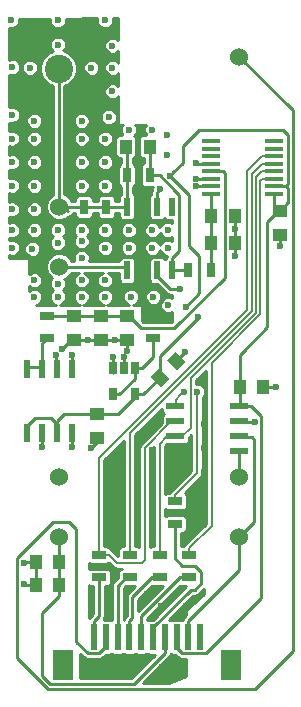
<source format=gbr>
%TF.GenerationSoftware,KiCad,Pcbnew,4.0.6*%
%TF.CreationDate,2017-08-02T11:59:14-04:00*%
%TF.ProjectId,pmt-transimpedance-amplifier,706D742D7472616E73696D706564616E,rev?*%
%TF.FileFunction,Copper,L1,Top,Signal*%
%FSLAX46Y46*%
G04 Gerber Fmt 4.6, Leading zero omitted, Abs format (unit mm)*
G04 Created by KiCad (PCBNEW 4.0.6) date 08/02/17 11:59:14*
%MOMM*%
%LPD*%
G01*
G04 APERTURE LIST*
%ADD10C,0.100000*%
%ADD11C,1.524000*%
%ADD12R,1.300000X0.700000*%
%ADD13R,0.600000X1.550000*%
%ADD14R,1.550000X0.600000*%
%ADD15R,1.000000X1.250000*%
%ADD16R,0.700000X1.300000*%
%ADD17R,0.650000X1.060000*%
%ADD18C,2.400000*%
%ADD19C,2.500000*%
%ADD20R,1.600000X0.410000*%
%ADD21R,1.250000X1.000000*%
%ADD22R,0.600000X2.200000*%
%ADD23R,1.800000X2.600000*%
%ADD24C,0.600000*%
%ADD25C,0.250000*%
%ADD26C,0.200000*%
%ADD27C,0.254000*%
G04 APERTURE END LIST*
D10*
D11*
X206350000Y-112530000D03*
X221590000Y-112530000D03*
X221590000Y-107450000D03*
X206350000Y-107450000D03*
X206350000Y-89650000D03*
X206350000Y-84570000D03*
X221590000Y-71870000D03*
D12*
X216175000Y-111425000D03*
X216175000Y-109525000D03*
D13*
X203645000Y-103725000D03*
X204915000Y-103725000D03*
X206185000Y-103725000D03*
X207455000Y-103725000D03*
X207455000Y-98325000D03*
X206185000Y-98325000D03*
X204915000Y-98325000D03*
X203645000Y-98325000D03*
D14*
X221600000Y-101475000D03*
X221600000Y-102745000D03*
X221600000Y-104015000D03*
X221600000Y-105285000D03*
X216200000Y-105285000D03*
X216200000Y-104015000D03*
X216200000Y-102745000D03*
X216200000Y-101475000D03*
D12*
X217375000Y-114050000D03*
X217375000Y-115950000D03*
D15*
X204375000Y-116625000D03*
X206375000Y-116625000D03*
X206350000Y-114675000D03*
X204350000Y-114675000D03*
D12*
X212325000Y-115950000D03*
X212325000Y-114050000D03*
X209700000Y-115950000D03*
X209700000Y-114050000D03*
D16*
X208450000Y-84600000D03*
X210350000Y-84600000D03*
D12*
X205325000Y-95725000D03*
X205325000Y-93825000D03*
D17*
X212775000Y-100450000D03*
X210875000Y-100450000D03*
X210875000Y-98250000D03*
X211825000Y-98250000D03*
X212775000Y-98250000D03*
D18*
X206300000Y-72875000D03*
D19*
X203760000Y-70335000D03*
X208840000Y-70335000D03*
X208840000Y-75415000D03*
X203760000Y-75415000D03*
D15*
X221197905Y-85325095D03*
X219197905Y-85325095D03*
X221625000Y-99800000D03*
X223625000Y-99800000D03*
D10*
G36*
X214761612Y-98254505D02*
X215645495Y-99138388D01*
X214938388Y-99845495D01*
X214054505Y-98961612D01*
X214761612Y-98254505D01*
X214761612Y-98254505D01*
G37*
G36*
X216175826Y-96840291D02*
X217059709Y-97724174D01*
X216352602Y-98431281D01*
X215468719Y-97547398D01*
X216175826Y-96840291D01*
X216175826Y-96840291D01*
G37*
D20*
X219191400Y-79030000D03*
X219191400Y-79665000D03*
X219191400Y-80300000D03*
X219191400Y-80935000D03*
X219191400Y-81570000D03*
X219191400Y-82205000D03*
X219191400Y-82840000D03*
X219191400Y-83475000D03*
X224500000Y-83475000D03*
X224500000Y-82840000D03*
X224500000Y-82205000D03*
X224500000Y-81570000D03*
X224500000Y-80935000D03*
X224500000Y-80300000D03*
X224500000Y-79665000D03*
X224500000Y-79030000D03*
D21*
X225025000Y-86925000D03*
X225025000Y-84925000D03*
D16*
X212100000Y-81900000D03*
X214000000Y-81900000D03*
D15*
X219197905Y-87600095D03*
X221197905Y-87600095D03*
X212000000Y-79475000D03*
X214000000Y-79475000D03*
D12*
X214850000Y-114050000D03*
X214850000Y-115950000D03*
D13*
X212118000Y-89954000D03*
X213388000Y-89954000D03*
X214658000Y-89954000D03*
X215928000Y-89954000D03*
X215928000Y-84554000D03*
X214658000Y-84554000D03*
X213388000Y-84554000D03*
X212118000Y-84554000D03*
D21*
X209575000Y-102125000D03*
X209575000Y-104125000D03*
X207600000Y-95825000D03*
X207600000Y-93825000D03*
D16*
X217275000Y-89950000D03*
X219175000Y-89950000D03*
D21*
X209900000Y-95825000D03*
X209900000Y-93825000D03*
X212125000Y-95825000D03*
X212125000Y-93825000D03*
D12*
X214325000Y-95675000D03*
X214325000Y-93775000D03*
D22*
X218300000Y-121000000D03*
X217300000Y-121000000D03*
X216300000Y-121000000D03*
X215300000Y-121000000D03*
X214300000Y-121000000D03*
X213300000Y-121000000D03*
X212300000Y-121000000D03*
X211300000Y-121000000D03*
X210300000Y-121000000D03*
X209300000Y-121000000D03*
D23*
X206700000Y-123400000D03*
X220900000Y-123400000D03*
D24*
X215600000Y-92900000D03*
X215525000Y-88025000D03*
X215525000Y-86525000D03*
X210850000Y-70925000D03*
X206250000Y-70850000D03*
X203875000Y-72800000D03*
X209075000Y-72800000D03*
X208250000Y-87500000D03*
X215475000Y-78500000D03*
X215475000Y-80150000D03*
X206250000Y-91100000D03*
X214325000Y-92200000D03*
X210250000Y-92200000D03*
X208250000Y-92200000D03*
X206250000Y-92200000D03*
X204250000Y-92200000D03*
X212450000Y-92200000D03*
X210250000Y-90800000D03*
X208250000Y-90800000D03*
X204250000Y-90800000D03*
X214250000Y-88050000D03*
X212250000Y-88050000D03*
X210250000Y-88050000D03*
X208250000Y-88875000D03*
X206250000Y-87625000D03*
X204075000Y-88125000D03*
X202350000Y-88050000D03*
X214250000Y-86550000D03*
X212250000Y-86550000D03*
X210250000Y-86550000D03*
X208250000Y-86550000D03*
X206250000Y-86550000D03*
X204250000Y-86550000D03*
X202350000Y-86550000D03*
X204250000Y-84800000D03*
X202350000Y-84800000D03*
X210250000Y-82800000D03*
X208250000Y-82800000D03*
X204250000Y-82800000D03*
X202350000Y-82800000D03*
X210250000Y-80800000D03*
X208250000Y-80800000D03*
X204250000Y-80800000D03*
X202350000Y-80800000D03*
X214250000Y-78050000D03*
X212250000Y-78050000D03*
X210250000Y-78800000D03*
X208250000Y-78800000D03*
X204250000Y-78800000D03*
X202350000Y-78800000D03*
X210550000Y-76975000D03*
X208250000Y-77300000D03*
X204250000Y-77300000D03*
X202350000Y-76800000D03*
X210850000Y-74800000D03*
X210850000Y-72800000D03*
X202375000Y-72750000D03*
X210250000Y-68800000D03*
X206250000Y-68800000D03*
X202250000Y-68800000D03*
X218300000Y-121000000D03*
X217925000Y-82850000D03*
X207459998Y-104900000D03*
X204890000Y-104880000D03*
X225040000Y-87910000D03*
X224740000Y-99800000D03*
X207400000Y-97110002D03*
X206100000Y-97089998D03*
X212130000Y-96760000D03*
X211800000Y-97300000D03*
X210870000Y-97290000D03*
X217040000Y-96830000D03*
X217925000Y-82225000D03*
X221225000Y-88700000D03*
X221197905Y-86475000D03*
X217950000Y-80900000D03*
X209075000Y-105025000D03*
X206625000Y-96575000D03*
X211050000Y-95825000D03*
X208775000Y-95825000D03*
X216550000Y-91525000D03*
X203375000Y-116475000D03*
X203350000Y-114725000D03*
X222900000Y-102800000D03*
X218090000Y-93890000D03*
X215706591Y-81943403D03*
X217075000Y-93025000D03*
X214925000Y-83100000D03*
X218025012Y-100250000D03*
X216899998Y-100250000D03*
X216900000Y-123500000D03*
X215100000Y-123500000D03*
X217100000Y-118400000D03*
X216200000Y-107000000D03*
X210900000Y-123500000D03*
X209000000Y-123500000D03*
X213000000Y-123500000D03*
X209100000Y-117400000D03*
X215000000Y-118400000D03*
X213800000Y-117400000D03*
X212000000Y-117400000D03*
X210400000Y-119000000D03*
X210400000Y-117400000D03*
X213000000Y-104600000D03*
X214400000Y-102800000D03*
X214200000Y-105200000D03*
X214200000Y-106600000D03*
X213000000Y-106600000D03*
X211000000Y-106600000D03*
X211000000Y-108600000D03*
X211000000Y-110600000D03*
X211000000Y-112600000D03*
X211000000Y-112600000D03*
X213000000Y-112600000D03*
X213000000Y-110600000D03*
X213000000Y-108600000D03*
X214200000Y-108600000D03*
X214200000Y-112600000D03*
X214300000Y-110500000D03*
X218575012Y-103000000D03*
X218575012Y-105000000D03*
X218575012Y-107000000D03*
X218000000Y-109000000D03*
X218000000Y-111000000D03*
D25*
X219191400Y-82840000D02*
X217935000Y-82840000D01*
X217935000Y-82840000D02*
X217925000Y-82850000D01*
X207459998Y-104475736D02*
X207459998Y-104900000D01*
X207459998Y-103575002D02*
X207459998Y-104475736D01*
X207510000Y-103525000D02*
X207459998Y-103575002D01*
X204890000Y-104455736D02*
X204890000Y-104880000D01*
X204890000Y-103605000D02*
X204890000Y-104455736D01*
X204970000Y-103525000D02*
X204890000Y-103605000D01*
X225025000Y-87895000D02*
X225040000Y-87910000D01*
X225025000Y-86925000D02*
X225025000Y-87895000D01*
X223625000Y-99800000D02*
X224740000Y-99800000D01*
X207400000Y-97534266D02*
X207400000Y-97110002D01*
X207400000Y-98015000D02*
X207400000Y-97534266D01*
X207510000Y-98125000D02*
X207400000Y-98015000D01*
X206100000Y-97514262D02*
X206100000Y-97089998D01*
X206100000Y-97985000D02*
X206100000Y-97514262D01*
X206240000Y-98125000D02*
X206100000Y-97985000D01*
X212125000Y-96755000D02*
X212130000Y-96760000D01*
X212125000Y-95825000D02*
X212125000Y-96755000D01*
X211825000Y-97325000D02*
X211800000Y-97300000D01*
X211825000Y-98250000D02*
X211825000Y-97325000D01*
X210875000Y-98250000D02*
X210875000Y-97295000D01*
X210875000Y-97295000D02*
X210870000Y-97290000D01*
X217040000Y-96860000D02*
X217040000Y-96830000D01*
X216264214Y-97635786D02*
X217040000Y-96860000D01*
X210875000Y-98250000D02*
X210875000Y-98618629D01*
X206350000Y-89660000D02*
X211824000Y-89660000D01*
X211824000Y-89660000D02*
X212118000Y-89954000D01*
X217945000Y-82205000D02*
X217925000Y-82225000D01*
X219191400Y-82205000D02*
X217945000Y-82205000D01*
X221197905Y-87600095D02*
X221197905Y-88672905D01*
X221197905Y-88672905D02*
X221225000Y-88700000D01*
X221197905Y-85325095D02*
X221197905Y-86475000D01*
X221197905Y-87600095D02*
X221197905Y-86475000D01*
X219191400Y-80935000D02*
X217985000Y-80935000D01*
X217985000Y-80935000D02*
X217950000Y-80900000D01*
X209575000Y-104125000D02*
X209575000Y-104525000D01*
X209575000Y-104525000D02*
X209075000Y-105025000D01*
X207600000Y-95825000D02*
X207375000Y-95825000D01*
X207375000Y-95825000D02*
X206625000Y-96575000D01*
X211050000Y-95825000D02*
X212125000Y-95825000D01*
X209900000Y-95825000D02*
X211050000Y-95825000D01*
X208775000Y-95825000D02*
X209900000Y-95825000D01*
X207600000Y-95825000D02*
X208775000Y-95825000D01*
X214658000Y-89954000D02*
X214658000Y-90429000D01*
X214658000Y-90429000D02*
X215754000Y-91525000D01*
X215754000Y-91525000D02*
X216550000Y-91525000D01*
X204350000Y-114675000D02*
X204350000Y-116600000D01*
X204350000Y-116600000D02*
X204375000Y-116625000D01*
X204375000Y-116625000D02*
X203525000Y-116625000D01*
X203525000Y-116625000D02*
X203375000Y-116475000D01*
X204350000Y-114675000D02*
X203400000Y-114675000D01*
X203400000Y-114675000D02*
X203350000Y-114725000D01*
X221625000Y-102830000D02*
X222870000Y-102830000D01*
X222870000Y-102830000D02*
X222900000Y-102800000D01*
X212125000Y-93825000D02*
X212250000Y-93825000D01*
X212250000Y-93825000D02*
X213275000Y-94850000D01*
X213275000Y-94850000D02*
X216100000Y-94850000D01*
X216100000Y-94850000D02*
X220350000Y-90600000D01*
X220350000Y-90600000D02*
X220350000Y-81678600D01*
X220350000Y-81678600D02*
X220241400Y-81570000D01*
X220241400Y-81570000D02*
X219191400Y-81570000D01*
X209900000Y-93825000D02*
X212125000Y-93825000D01*
X207600000Y-93825000D02*
X209900000Y-93825000D01*
X205325000Y-93825000D02*
X207600000Y-93825000D01*
X214850000Y-81900000D02*
X216250000Y-83300000D01*
X214000000Y-81900000D02*
X214850000Y-81900000D01*
X216503001Y-83558999D02*
X216503001Y-88353999D01*
X216250000Y-83300000D02*
X216250000Y-83305998D01*
X216250000Y-83305998D02*
X216503001Y-83558999D01*
X216503001Y-88353999D02*
X215928000Y-88929000D01*
X215928000Y-88929000D02*
X215928000Y-89954000D01*
X215928000Y-89954000D02*
X217271000Y-89954000D01*
X217271000Y-89954000D02*
X217275000Y-89950000D01*
X214000000Y-81900000D02*
X214000000Y-79475000D01*
X216300000Y-121000000D02*
X216300000Y-121895002D01*
X216300000Y-121895002D02*
X216779999Y-122375001D01*
X216779999Y-122375001D02*
X218820001Y-122375001D01*
X218820001Y-122375001D02*
X223475001Y-117720001D01*
X223475001Y-117720001D02*
X223475001Y-102325001D01*
X223475001Y-102325001D02*
X222625000Y-101475000D01*
X222625000Y-101475000D02*
X221600000Y-101475000D01*
X218090000Y-93890000D02*
X218090000Y-93980000D01*
X218090000Y-93980000D02*
X214850000Y-97220000D01*
X214850000Y-97220000D02*
X214850000Y-99050000D01*
X225025000Y-84925000D02*
X225025000Y-84905000D01*
X225025000Y-84905000D02*
X225724990Y-84205010D01*
X225724990Y-84205010D02*
X225724990Y-83014990D01*
X224500000Y-83475000D02*
X224500000Y-84400000D01*
X224500000Y-84400000D02*
X225025000Y-84925000D01*
X225550000Y-82840000D02*
X225724990Y-83014990D01*
X216825000Y-79425000D02*
X216825000Y-80824994D01*
X218175000Y-78075000D02*
X216825000Y-79425000D01*
X225275000Y-78075000D02*
X218175000Y-78075000D01*
X217075000Y-93025000D02*
X218225000Y-91875000D01*
X218225000Y-88750000D02*
X217350000Y-87875000D01*
X224500000Y-82840000D02*
X225550000Y-82840000D01*
X225725000Y-82665000D02*
X225725000Y-78525000D01*
X225550000Y-82840000D02*
X225725000Y-82665000D01*
X216006590Y-81643404D02*
X215706591Y-81943403D01*
X217350000Y-83586812D02*
X216006590Y-82243402D01*
X217350000Y-87875000D02*
X217350000Y-83586812D01*
X218225000Y-91875000D02*
X218225000Y-88750000D01*
X216825000Y-80824994D02*
X216006590Y-81643404D01*
X215706591Y-82031591D02*
X215706591Y-81943403D01*
X216006590Y-82243402D02*
X215706591Y-81943403D01*
X215725000Y-82050000D02*
X215706591Y-82031591D01*
X225725000Y-78525000D02*
X225275000Y-78075000D01*
X214658000Y-83367000D02*
X214925000Y-83100000D01*
X214658000Y-84554000D02*
X214658000Y-83367000D01*
X221625000Y-97125000D02*
X221900000Y-96850000D01*
X221900000Y-96850000D02*
X223974999Y-94775001D01*
X225025000Y-84925000D02*
X224900000Y-84925000D01*
X224900000Y-84925000D02*
X223974999Y-85850001D01*
X223974999Y-85850001D02*
X223974999Y-94775001D01*
X212775000Y-100450000D02*
X213450000Y-100450000D01*
X213450000Y-100450000D02*
X214850000Y-99050000D01*
X209575000Y-102125000D02*
X211305000Y-102125000D01*
X211305000Y-102125000D02*
X212775000Y-100655000D01*
X212775000Y-100655000D02*
X212775000Y-100450000D01*
X206185000Y-103725000D02*
X206185000Y-102700000D01*
X208700000Y-102125000D02*
X209575000Y-102125000D01*
X206185000Y-102700000D02*
X206760000Y-102125000D01*
X206760000Y-102125000D02*
X208700000Y-102125000D01*
X203700000Y-103525000D02*
X203700000Y-103050000D01*
X203700000Y-103050000D02*
X204275001Y-102474999D01*
X204275001Y-102474999D02*
X205664999Y-102474999D01*
X205664999Y-102474999D02*
X206240000Y-103050000D01*
X206240000Y-103050000D02*
X206240000Y-103525000D01*
X221625000Y-99800000D02*
X221625000Y-97125000D01*
X221625000Y-99800000D02*
X221625000Y-101560000D01*
X221590000Y-107460000D02*
X221590000Y-105405000D01*
X221590000Y-105405000D02*
X221625000Y-105370000D01*
X215300000Y-121000000D02*
X215300000Y-122350000D01*
X215300000Y-122350000D02*
X212674999Y-124975001D01*
X212674999Y-124975001D02*
X205579999Y-124975001D01*
X205579999Y-124975001D02*
X204900000Y-124295002D01*
X204900000Y-124295002D02*
X204900000Y-118975000D01*
X204900000Y-118975000D02*
X206375000Y-117500000D01*
X206375000Y-117500000D02*
X206375000Y-116625000D01*
X206350000Y-114675000D02*
X206350000Y-112540000D01*
X206375000Y-116625000D02*
X206375000Y-114700000D01*
X206375000Y-114700000D02*
X206350000Y-114675000D01*
X221590000Y-71880000D02*
X226125010Y-76415010D01*
X226125010Y-76415010D02*
X226125010Y-122174990D01*
X226125010Y-122174990D02*
X222924989Y-125375011D01*
X222924989Y-125375011D02*
X205414310Y-125375011D01*
X205414310Y-125375011D02*
X202774999Y-122735700D01*
X202774999Y-122735700D02*
X202774999Y-114275001D01*
X202774999Y-114275001D02*
X205800000Y-111250000D01*
X205800000Y-111250000D02*
X207200000Y-111250000D01*
X207200000Y-111250000D02*
X207800000Y-111850000D01*
X207800000Y-111850000D02*
X207800000Y-121395002D01*
X207800000Y-121395002D02*
X208779999Y-122375001D01*
X208779999Y-122375001D02*
X209724999Y-122375001D01*
X209724999Y-122375001D02*
X210300000Y-121800000D01*
X210300000Y-121800000D02*
X210300000Y-121000000D01*
D26*
X216175000Y-109525000D02*
X216175000Y-108975000D01*
X216175000Y-108975000D02*
X218025012Y-107124988D01*
X218025012Y-107124988D02*
X218025012Y-100674264D01*
X218025012Y-100674264D02*
X218025012Y-100250000D01*
X216599999Y-100549999D02*
X216899998Y-100250000D01*
X216225000Y-100924998D02*
X216599999Y-100549999D01*
X216225000Y-101560000D02*
X216225000Y-100924998D01*
X223350022Y-93684948D02*
X223350022Y-88775000D01*
X223350022Y-88775000D02*
X223350022Y-88556778D01*
X224500000Y-82205000D02*
X223500000Y-82205000D01*
X223500000Y-82205000D02*
X223350022Y-82354978D01*
X223350022Y-82354978D02*
X223350022Y-88775000D01*
X217375000Y-114050000D02*
X217375000Y-113500000D01*
X217375000Y-113500000D02*
X219249990Y-111625010D01*
X219249990Y-97784980D02*
X223350022Y-93684948D01*
X219249990Y-111625010D02*
X219249990Y-97784980D01*
X209700000Y-114050000D02*
X210550000Y-114050000D01*
X210550000Y-114050000D02*
X211250000Y-114750000D01*
X213600000Y-114475000D02*
X213600000Y-104980000D01*
X213600000Y-104980000D02*
X215750000Y-102830000D01*
X211250000Y-114750000D02*
X213325000Y-114750000D01*
X213325000Y-114750000D02*
X213600000Y-114475000D01*
X215750000Y-102830000D02*
X216225000Y-102830000D01*
X209700000Y-114050000D02*
X209700000Y-105850000D01*
X209700000Y-105850000D02*
X222275000Y-93275000D01*
X222275000Y-93275000D02*
X222275000Y-81525000D01*
X222275000Y-81525000D02*
X223500000Y-80300000D01*
X223500000Y-80300000D02*
X224500000Y-80300000D01*
D25*
X217300000Y-121000000D02*
X217300000Y-119650000D01*
X217300000Y-119650000D02*
X221590000Y-115360000D01*
X221590000Y-115360000D02*
X221590000Y-113617630D01*
X221590000Y-113617630D02*
X221590000Y-112540000D01*
X221590000Y-112540000D02*
X222875000Y-111255000D01*
X221625000Y-104100000D02*
X222650000Y-104100000D01*
X222650000Y-104100000D02*
X222875000Y-104325000D01*
X222875000Y-104325000D02*
X222875000Y-111255000D01*
X208450000Y-84600000D02*
X210350000Y-84600000D01*
X210350000Y-84600000D02*
X212072000Y-84600000D01*
X212072000Y-84600000D02*
X212118000Y-84554000D01*
X212100000Y-81900000D02*
X212100000Y-84536000D01*
X212100000Y-84536000D02*
X212118000Y-84554000D01*
X212100000Y-81900000D02*
X212100000Y-79575000D01*
X212100000Y-79575000D02*
X212000000Y-79475000D01*
X206350000Y-84580000D02*
X208430000Y-84580000D01*
X208430000Y-84580000D02*
X208450000Y-84600000D01*
X206300000Y-72875000D02*
X206300000Y-84530000D01*
X207050000Y-84855000D02*
X207100000Y-84905000D01*
X210875000Y-100450000D02*
X211450000Y-100450000D01*
X211450000Y-100450000D02*
X212775000Y-99125000D01*
X212775000Y-99125000D02*
X212775000Y-99030000D01*
X212775000Y-99030000D02*
X212775000Y-98250000D01*
X212775000Y-98250000D02*
X213350000Y-98250000D01*
X213350000Y-98250000D02*
X214325000Y-97275000D01*
X214325000Y-97275000D02*
X214325000Y-96275000D01*
X214325000Y-96275000D02*
X214325000Y-95675000D01*
X214300000Y-121000000D02*
X214300000Y-120190698D01*
X214300000Y-120190698D02*
X217490698Y-117000000D01*
X216175000Y-114345002D02*
X216175000Y-112025000D01*
X217490698Y-117000000D02*
X217820002Y-117000000D01*
X217820002Y-117000000D02*
X218400000Y-116420002D01*
X218400000Y-116420002D02*
X218400000Y-115479998D01*
X218400000Y-115479998D02*
X217870002Y-114950000D01*
X217870002Y-114950000D02*
X216779998Y-114950000D01*
X216779998Y-114950000D02*
X216175000Y-114345002D01*
X216175000Y-112025000D02*
X216175000Y-111425000D01*
X204915000Y-98325000D02*
X204915000Y-96135000D01*
X204915000Y-96135000D02*
X205325000Y-95725000D01*
X204970000Y-98125000D02*
X203700000Y-98125000D01*
X217375000Y-115950000D02*
X216600000Y-115950000D01*
X216600000Y-115950000D02*
X213300000Y-119250000D01*
X213300000Y-119250000D02*
X213300000Y-121000000D01*
X216225000Y-105370000D02*
X216150000Y-105445000D01*
D26*
X212325000Y-114050000D02*
X212325000Y-103719990D01*
X212325000Y-103719990D02*
X222650000Y-93394990D01*
X222650000Y-93394990D02*
X222650000Y-81785000D01*
X222650000Y-81785000D02*
X223500000Y-80935000D01*
X223500000Y-80935000D02*
X224500000Y-80935000D01*
X223500000Y-81570000D02*
X224500000Y-81570000D01*
X223000014Y-82069986D02*
X223500000Y-81570000D01*
X214850000Y-114050000D02*
X214850000Y-104625000D01*
X223000011Y-93539969D02*
X223000011Y-88271789D01*
X217475002Y-103324998D02*
X217475002Y-99064978D01*
X214850000Y-104625000D02*
X215375000Y-104100000D01*
X215375000Y-104100000D02*
X216700000Y-104100000D01*
X216700000Y-104100000D02*
X217475002Y-103324998D01*
X217475002Y-99064978D02*
X223000011Y-93539969D01*
X223000011Y-88271789D02*
X223000014Y-82069986D01*
D25*
X219191400Y-83475000D02*
X219191400Y-85318590D01*
X219191400Y-85318590D02*
X219197905Y-85325095D01*
X219197905Y-83481505D02*
X219191400Y-83475000D01*
X219197905Y-85325095D02*
X219197905Y-85200095D01*
X219197905Y-87600095D02*
X219197905Y-85325095D01*
X219197905Y-89625095D02*
X219197905Y-87600095D01*
X214850000Y-115950000D02*
X214228998Y-115950000D01*
X214228998Y-115950000D02*
X212555001Y-117623997D01*
X212555001Y-117623997D02*
X212555001Y-119394999D01*
X212555001Y-119394999D02*
X212300000Y-119650000D01*
X212300000Y-119650000D02*
X212300000Y-121000000D01*
X214550000Y-115950000D02*
X214850000Y-115950000D01*
X212325000Y-115950000D02*
X212025000Y-115950000D01*
X212025000Y-115950000D02*
X211300000Y-116675000D01*
X211300000Y-116675000D02*
X211300000Y-119650000D01*
X211300000Y-119650000D02*
X211300000Y-121000000D01*
X212325000Y-115955000D02*
X212325000Y-115950000D01*
X209700000Y-115950000D02*
X209700000Y-119250000D01*
X209700000Y-119250000D02*
X209300000Y-119650000D01*
X209300000Y-119650000D02*
X209300000Y-121000000D01*
D27*
G36*
X211373000Y-70490655D02*
X211233990Y-70351402D01*
X210985254Y-70248118D01*
X210715927Y-70247883D01*
X210467011Y-70350733D01*
X210276402Y-70541010D01*
X210173118Y-70789746D01*
X210172883Y-71059073D01*
X210275733Y-71307989D01*
X210466010Y-71498598D01*
X210714746Y-71601882D01*
X210984073Y-71602117D01*
X211232989Y-71499267D01*
X211373000Y-71359500D01*
X211373000Y-72365655D01*
X211233990Y-72226402D01*
X210985254Y-72123118D01*
X210715927Y-72122883D01*
X210467011Y-72225733D01*
X210276402Y-72416010D01*
X210173118Y-72664746D01*
X210172883Y-72934073D01*
X210275733Y-73182989D01*
X210466010Y-73373598D01*
X210714746Y-73476882D01*
X210984073Y-73477117D01*
X211232989Y-73374267D01*
X211373000Y-73234500D01*
X211373000Y-74365655D01*
X211233990Y-74226402D01*
X210985254Y-74123118D01*
X210715927Y-74122883D01*
X210467011Y-74225733D01*
X210276402Y-74416010D01*
X210173118Y-74664746D01*
X210172883Y-74934073D01*
X210275733Y-75182989D01*
X210466010Y-75373598D01*
X210714746Y-75476882D01*
X210984073Y-75477117D01*
X211232989Y-75374267D01*
X211373000Y-75234500D01*
X211373000Y-77500000D01*
X211383006Y-77549410D01*
X211411447Y-77591035D01*
X211453841Y-77618315D01*
X211500000Y-77627000D01*
X211715480Y-77627000D01*
X211676402Y-77666010D01*
X211573118Y-77914746D01*
X211572883Y-78184073D01*
X211675733Y-78432989D01*
X211708302Y-78465615D01*
X211500000Y-78465615D01*
X211360292Y-78491903D01*
X211231980Y-78574470D01*
X211145899Y-78700453D01*
X211115615Y-78850000D01*
X211115615Y-80100000D01*
X211141903Y-80239708D01*
X211224470Y-80368020D01*
X211350453Y-80454101D01*
X211500000Y-80484385D01*
X211598000Y-80484385D01*
X211598000Y-80899813D01*
X211481980Y-80974470D01*
X211395899Y-81100453D01*
X211365615Y-81250000D01*
X211365615Y-82550000D01*
X211391903Y-82689708D01*
X211474470Y-82818020D01*
X211598000Y-82902425D01*
X211598000Y-83472570D01*
X211549980Y-83503470D01*
X211463899Y-83629453D01*
X211433615Y-83779000D01*
X211433615Y-84098000D01*
X211084385Y-84098000D01*
X211084385Y-83950000D01*
X211058097Y-83810292D01*
X210975530Y-83681980D01*
X210849547Y-83595899D01*
X210700000Y-83565615D01*
X210000000Y-83565615D01*
X209860292Y-83591903D01*
X209731980Y-83674470D01*
X209645899Y-83800453D01*
X209615615Y-83950000D01*
X209615615Y-84098000D01*
X209184385Y-84098000D01*
X209184385Y-83950000D01*
X209158097Y-83810292D01*
X209075530Y-83681980D01*
X208949547Y-83595899D01*
X208800000Y-83565615D01*
X208100000Y-83565615D01*
X207960292Y-83591903D01*
X207831980Y-83674470D01*
X207745899Y-83800453D01*
X207715615Y-83950000D01*
X207715615Y-84078000D01*
X207379109Y-84078000D01*
X207316160Y-83925651D01*
X206996034Y-83604966D01*
X206802000Y-83524396D01*
X206802000Y-82934073D01*
X207572883Y-82934073D01*
X207675733Y-83182989D01*
X207866010Y-83373598D01*
X208114746Y-83476882D01*
X208384073Y-83477117D01*
X208632989Y-83374267D01*
X208823598Y-83183990D01*
X208926882Y-82935254D01*
X208926883Y-82934073D01*
X209572883Y-82934073D01*
X209675733Y-83182989D01*
X209866010Y-83373598D01*
X210114746Y-83476882D01*
X210384073Y-83477117D01*
X210632989Y-83374267D01*
X210823598Y-83183990D01*
X210926882Y-82935254D01*
X210927117Y-82665927D01*
X210824267Y-82417011D01*
X210633990Y-82226402D01*
X210385254Y-82123118D01*
X210115927Y-82122883D01*
X209867011Y-82225733D01*
X209676402Y-82416010D01*
X209573118Y-82664746D01*
X209572883Y-82934073D01*
X208926883Y-82934073D01*
X208927117Y-82665927D01*
X208824267Y-82417011D01*
X208633990Y-82226402D01*
X208385254Y-82123118D01*
X208115927Y-82122883D01*
X207867011Y-82225733D01*
X207676402Y-82416010D01*
X207573118Y-82664746D01*
X207572883Y-82934073D01*
X206802000Y-82934073D01*
X206802000Y-80934073D01*
X207572883Y-80934073D01*
X207675733Y-81182989D01*
X207866010Y-81373598D01*
X208114746Y-81476882D01*
X208384073Y-81477117D01*
X208632989Y-81374267D01*
X208823598Y-81183990D01*
X208926882Y-80935254D01*
X208926883Y-80934073D01*
X209572883Y-80934073D01*
X209675733Y-81182989D01*
X209866010Y-81373598D01*
X210114746Y-81476882D01*
X210384073Y-81477117D01*
X210632989Y-81374267D01*
X210823598Y-81183990D01*
X210926882Y-80935254D01*
X210927117Y-80665927D01*
X210824267Y-80417011D01*
X210633990Y-80226402D01*
X210385254Y-80123118D01*
X210115927Y-80122883D01*
X209867011Y-80225733D01*
X209676402Y-80416010D01*
X209573118Y-80664746D01*
X209572883Y-80934073D01*
X208926883Y-80934073D01*
X208927117Y-80665927D01*
X208824267Y-80417011D01*
X208633990Y-80226402D01*
X208385254Y-80123118D01*
X208115927Y-80122883D01*
X207867011Y-80225733D01*
X207676402Y-80416010D01*
X207573118Y-80664746D01*
X207572883Y-80934073D01*
X206802000Y-80934073D01*
X206802000Y-78934073D01*
X207572883Y-78934073D01*
X207675733Y-79182989D01*
X207866010Y-79373598D01*
X208114746Y-79476882D01*
X208384073Y-79477117D01*
X208632989Y-79374267D01*
X208823598Y-79183990D01*
X208926882Y-78935254D01*
X208926883Y-78934073D01*
X209572883Y-78934073D01*
X209675733Y-79182989D01*
X209866010Y-79373598D01*
X210114746Y-79476882D01*
X210384073Y-79477117D01*
X210632989Y-79374267D01*
X210823598Y-79183990D01*
X210926882Y-78935254D01*
X210927117Y-78665927D01*
X210824267Y-78417011D01*
X210633990Y-78226402D01*
X210385254Y-78123118D01*
X210115927Y-78122883D01*
X209867011Y-78225733D01*
X209676402Y-78416010D01*
X209573118Y-78664746D01*
X209572883Y-78934073D01*
X208926883Y-78934073D01*
X208927117Y-78665927D01*
X208824267Y-78417011D01*
X208633990Y-78226402D01*
X208385254Y-78123118D01*
X208115927Y-78122883D01*
X207867011Y-78225733D01*
X207676402Y-78416010D01*
X207573118Y-78664746D01*
X207572883Y-78934073D01*
X206802000Y-78934073D01*
X206802000Y-77434073D01*
X207572883Y-77434073D01*
X207675733Y-77682989D01*
X207866010Y-77873598D01*
X208114746Y-77976882D01*
X208384073Y-77977117D01*
X208632989Y-77874267D01*
X208823598Y-77683990D01*
X208926882Y-77435254D01*
X208927117Y-77165927D01*
X208903626Y-77109073D01*
X209872883Y-77109073D01*
X209975733Y-77357989D01*
X210166010Y-77548598D01*
X210414746Y-77651882D01*
X210684073Y-77652117D01*
X210932989Y-77549267D01*
X211123598Y-77358990D01*
X211226882Y-77110254D01*
X211227117Y-76840927D01*
X211124267Y-76592011D01*
X210933990Y-76401402D01*
X210685254Y-76298118D01*
X210415927Y-76297883D01*
X210167011Y-76400733D01*
X209976402Y-76591010D01*
X209873118Y-76839746D01*
X209872883Y-77109073D01*
X208903626Y-77109073D01*
X208824267Y-76917011D01*
X208633990Y-76726402D01*
X208385254Y-76623118D01*
X208115927Y-76622883D01*
X207867011Y-76725733D01*
X207676402Y-76916010D01*
X207573118Y-77164746D01*
X207572883Y-77434073D01*
X206802000Y-77434073D01*
X206802000Y-74373894D01*
X207192132Y-74212695D01*
X207636136Y-73769465D01*
X207876725Y-73190061D01*
X207876948Y-72934073D01*
X208397883Y-72934073D01*
X208500733Y-73182989D01*
X208691010Y-73373598D01*
X208939746Y-73476882D01*
X209209073Y-73477117D01*
X209457989Y-73374267D01*
X209648598Y-73183990D01*
X209751882Y-72935254D01*
X209752117Y-72665927D01*
X209649267Y-72417011D01*
X209458990Y-72226402D01*
X209210254Y-72123118D01*
X208940927Y-72122883D01*
X208692011Y-72225733D01*
X208501402Y-72416010D01*
X208398118Y-72664746D01*
X208397883Y-72934073D01*
X207876948Y-72934073D01*
X207877273Y-72562692D01*
X207637695Y-71982868D01*
X207194465Y-71538864D01*
X206716858Y-71340545D01*
X206823598Y-71233990D01*
X206926882Y-70985254D01*
X206927117Y-70715927D01*
X206824267Y-70467011D01*
X206633990Y-70276402D01*
X206385254Y-70173118D01*
X206115927Y-70172883D01*
X205867011Y-70275733D01*
X205676402Y-70466010D01*
X205573118Y-70714746D01*
X205572883Y-70984073D01*
X205675733Y-71232989D01*
X205812585Y-71370080D01*
X205407868Y-71537305D01*
X204963864Y-71980535D01*
X204723275Y-72559939D01*
X204722727Y-73187308D01*
X204962305Y-73767132D01*
X205405535Y-74211136D01*
X205798000Y-74374101D01*
X205798000Y-83565682D01*
X205705651Y-83603840D01*
X205384966Y-83923966D01*
X205211198Y-84342445D01*
X205210803Y-84795567D01*
X205383840Y-85214349D01*
X205703966Y-85535034D01*
X206122445Y-85708802D01*
X206575567Y-85709197D01*
X206994349Y-85536160D01*
X207129640Y-85401105D01*
X207292108Y-85368788D01*
X207454968Y-85259968D01*
X207563788Y-85097108D01*
X207566793Y-85082000D01*
X207715615Y-85082000D01*
X207715615Y-85250000D01*
X207741903Y-85389708D01*
X207824470Y-85518020D01*
X207950453Y-85604101D01*
X208100000Y-85634385D01*
X208800000Y-85634385D01*
X208939708Y-85608097D01*
X209068020Y-85525530D01*
X209154101Y-85399547D01*
X209184385Y-85250000D01*
X209184385Y-85102000D01*
X209615615Y-85102000D01*
X209615615Y-85250000D01*
X209641903Y-85389708D01*
X209724470Y-85518020D01*
X209850453Y-85604101D01*
X210000000Y-85634385D01*
X210700000Y-85634385D01*
X210839708Y-85608097D01*
X210968020Y-85525530D01*
X211054101Y-85399547D01*
X211084385Y-85250000D01*
X211084385Y-85102000D01*
X211433615Y-85102000D01*
X211433615Y-85329000D01*
X211459903Y-85468708D01*
X211542470Y-85597020D01*
X211668453Y-85683101D01*
X211818000Y-85713385D01*
X212418000Y-85713385D01*
X212557708Y-85687097D01*
X212686020Y-85604530D01*
X212772101Y-85478547D01*
X212802385Y-85329000D01*
X212802385Y-83779000D01*
X212776097Y-83639292D01*
X212693530Y-83510980D01*
X212602000Y-83448440D01*
X212602000Y-82900187D01*
X212718020Y-82825530D01*
X212804101Y-82699547D01*
X212834385Y-82550000D01*
X212834385Y-81250000D01*
X212808097Y-81110292D01*
X212725530Y-80981980D01*
X212602000Y-80897575D01*
X212602000Y-80465192D01*
X212639708Y-80458097D01*
X212768020Y-80375530D01*
X212854101Y-80249547D01*
X212884385Y-80100000D01*
X212884385Y-78850000D01*
X212858097Y-78710292D01*
X212775530Y-78581980D01*
X212716057Y-78541344D01*
X212823598Y-78433990D01*
X212926882Y-78185254D01*
X212927117Y-77915927D01*
X212824267Y-77667011D01*
X212784326Y-77627000D01*
X213715480Y-77627000D01*
X213676402Y-77666010D01*
X213573118Y-77914746D01*
X213572883Y-78184073D01*
X213675733Y-78432989D01*
X213708302Y-78465615D01*
X213500000Y-78465615D01*
X213360292Y-78491903D01*
X213231980Y-78574470D01*
X213145899Y-78700453D01*
X213115615Y-78850000D01*
X213115615Y-80100000D01*
X213141903Y-80239708D01*
X213224470Y-80368020D01*
X213350453Y-80454101D01*
X213498000Y-80483980D01*
X213498000Y-80899813D01*
X213381980Y-80974470D01*
X213295899Y-81100453D01*
X213265615Y-81250000D01*
X213265615Y-82550000D01*
X213291903Y-82689708D01*
X213374470Y-82818020D01*
X213500453Y-82904101D01*
X213650000Y-82934385D01*
X214260725Y-82934385D01*
X214248118Y-82964746D01*
X214248005Y-83094386D01*
X214194212Y-83174893D01*
X214155999Y-83367000D01*
X214156000Y-83367005D01*
X214156000Y-83460987D01*
X214089980Y-83503470D01*
X214003899Y-83629453D01*
X213973615Y-83779000D01*
X213973615Y-85329000D01*
X213999903Y-85468708D01*
X214082470Y-85597020D01*
X214208453Y-85683101D01*
X214358000Y-85713385D01*
X214958000Y-85713385D01*
X215097708Y-85687097D01*
X215226020Y-85604530D01*
X215293630Y-85505580D01*
X215352470Y-85597020D01*
X215478453Y-85683101D01*
X215628000Y-85713385D01*
X215873000Y-85713385D01*
X215873000Y-85936458D01*
X215660254Y-85848118D01*
X215390927Y-85847883D01*
X215142011Y-85950733D01*
X214951402Y-86141010D01*
X214882293Y-86307444D01*
X214824267Y-86167011D01*
X214633990Y-85976402D01*
X214385254Y-85873118D01*
X214115927Y-85872883D01*
X213867011Y-85975733D01*
X213676402Y-86166010D01*
X213573118Y-86414746D01*
X213572883Y-86684073D01*
X213675733Y-86932989D01*
X213866010Y-87123598D01*
X214114746Y-87226882D01*
X214384073Y-87227117D01*
X214632989Y-87124267D01*
X214823598Y-86933990D01*
X214892707Y-86767556D01*
X214950733Y-86907989D01*
X215141010Y-87098598D01*
X215389746Y-87201882D01*
X215659073Y-87202117D01*
X215873000Y-87113724D01*
X215873000Y-87436458D01*
X215660254Y-87348118D01*
X215390927Y-87347883D01*
X215142011Y-87450733D01*
X214951402Y-87641010D01*
X214882293Y-87807444D01*
X214824267Y-87667011D01*
X214633990Y-87476402D01*
X214385254Y-87373118D01*
X214115927Y-87372883D01*
X213867011Y-87475733D01*
X213676402Y-87666010D01*
X213573118Y-87914746D01*
X213572883Y-88184073D01*
X213675733Y-88432989D01*
X213866010Y-88623598D01*
X214114746Y-88726882D01*
X214384073Y-88727117D01*
X214632989Y-88624267D01*
X214823598Y-88433990D01*
X214892707Y-88267556D01*
X214950733Y-88407989D01*
X215141010Y-88598598D01*
X215389746Y-88701882D01*
X215487549Y-88701967D01*
X215464212Y-88736893D01*
X215441514Y-88851004D01*
X215359980Y-88903470D01*
X215292370Y-89002420D01*
X215233530Y-88910980D01*
X215107547Y-88824899D01*
X214958000Y-88794615D01*
X214358000Y-88794615D01*
X214218292Y-88820903D01*
X214089980Y-88903470D01*
X214003899Y-89029453D01*
X213973615Y-89179000D01*
X213973615Y-90729000D01*
X213999903Y-90868708D01*
X214082470Y-90997020D01*
X214208453Y-91083101D01*
X214358000Y-91113385D01*
X214632449Y-91113385D01*
X215399032Y-91879968D01*
X215561892Y-91988788D01*
X215754000Y-92027001D01*
X215754005Y-92027000D01*
X215873000Y-92027000D01*
X215873000Y-92280315D01*
X215735254Y-92223118D01*
X215465927Y-92222883D01*
X215217011Y-92325733D01*
X215026402Y-92516010D01*
X214923118Y-92764746D01*
X214922883Y-93034073D01*
X215025733Y-93282989D01*
X215216010Y-93473598D01*
X215464746Y-93576882D01*
X215734073Y-93577117D01*
X215873000Y-93519714D01*
X215873000Y-94348000D01*
X213482936Y-94348000D01*
X213377000Y-94242064D01*
X213377000Y-93000000D01*
X213366994Y-92950590D01*
X213338553Y-92908965D01*
X213296159Y-92881685D01*
X213250000Y-92873000D01*
X212594037Y-92873000D01*
X212832989Y-92774267D01*
X213023598Y-92583990D01*
X213126882Y-92335254D01*
X213126883Y-92334073D01*
X213647883Y-92334073D01*
X213750733Y-92582989D01*
X213941010Y-92773598D01*
X214189746Y-92876882D01*
X214459073Y-92877117D01*
X214707989Y-92774267D01*
X214898598Y-92583990D01*
X215001882Y-92335254D01*
X215002117Y-92065927D01*
X214899267Y-91817011D01*
X214708990Y-91626402D01*
X214460254Y-91523118D01*
X214190927Y-91522883D01*
X213942011Y-91625733D01*
X213751402Y-91816010D01*
X213648118Y-92064746D01*
X213647883Y-92334073D01*
X213126883Y-92334073D01*
X213127117Y-92065927D01*
X213024267Y-91817011D01*
X212833990Y-91626402D01*
X212585254Y-91523118D01*
X212315927Y-91522883D01*
X212067011Y-91625733D01*
X211876402Y-91816010D01*
X211773118Y-92064746D01*
X211772883Y-92334073D01*
X211875733Y-92582989D01*
X212066010Y-92773598D01*
X212305397Y-92873000D01*
X210394037Y-92873000D01*
X210632989Y-92774267D01*
X210823598Y-92583990D01*
X210926882Y-92335254D01*
X210927117Y-92065927D01*
X210824267Y-91817011D01*
X210633990Y-91626402D01*
X210385254Y-91523118D01*
X210115927Y-91522883D01*
X209867011Y-91625733D01*
X209676402Y-91816010D01*
X209573118Y-92064746D01*
X209572883Y-92334073D01*
X209675733Y-92582989D01*
X209866010Y-92773598D01*
X210105397Y-92873000D01*
X208394037Y-92873000D01*
X208632989Y-92774267D01*
X208823598Y-92583990D01*
X208926882Y-92335254D01*
X208927117Y-92065927D01*
X208824267Y-91817011D01*
X208633990Y-91626402D01*
X208385254Y-91523118D01*
X208115927Y-91522883D01*
X207867011Y-91625733D01*
X207676402Y-91816010D01*
X207573118Y-92064746D01*
X207572883Y-92334073D01*
X207675733Y-92582989D01*
X207866010Y-92773598D01*
X208105397Y-92873000D01*
X206394037Y-92873000D01*
X206632989Y-92774267D01*
X206823598Y-92583990D01*
X206926882Y-92335254D01*
X206927117Y-92065927D01*
X206824267Y-91817011D01*
X206657423Y-91649876D01*
X206823598Y-91483990D01*
X206926882Y-91235254D01*
X206927117Y-90965927D01*
X206824267Y-90717011D01*
X206802659Y-90695365D01*
X206994349Y-90616160D01*
X207315034Y-90296034D01*
X207370690Y-90162000D01*
X208021257Y-90162000D01*
X207867011Y-90225733D01*
X207676402Y-90416010D01*
X207573118Y-90664746D01*
X207572883Y-90934073D01*
X207675733Y-91182989D01*
X207866010Y-91373598D01*
X208114746Y-91476882D01*
X208384073Y-91477117D01*
X208632989Y-91374267D01*
X208823598Y-91183990D01*
X208926882Y-90935254D01*
X208927117Y-90665927D01*
X208824267Y-90417011D01*
X208633990Y-90226402D01*
X208478892Y-90162000D01*
X210021257Y-90162000D01*
X209867011Y-90225733D01*
X209676402Y-90416010D01*
X209573118Y-90664746D01*
X209572883Y-90934073D01*
X209675733Y-91182989D01*
X209866010Y-91373598D01*
X210114746Y-91476882D01*
X210384073Y-91477117D01*
X210632989Y-91374267D01*
X210823598Y-91183990D01*
X210926882Y-90935254D01*
X210927117Y-90665927D01*
X210824267Y-90417011D01*
X210633990Y-90226402D01*
X210478892Y-90162000D01*
X211433615Y-90162000D01*
X211433615Y-90729000D01*
X211459903Y-90868708D01*
X211542470Y-90997020D01*
X211668453Y-91083101D01*
X211818000Y-91113385D01*
X212418000Y-91113385D01*
X212557708Y-91087097D01*
X212686020Y-91004530D01*
X212772101Y-90878547D01*
X212802385Y-90729000D01*
X212802385Y-89179000D01*
X212776097Y-89039292D01*
X212693530Y-88910980D01*
X212567547Y-88824899D01*
X212418000Y-88794615D01*
X211818000Y-88794615D01*
X211678292Y-88820903D01*
X211549980Y-88903470D01*
X211463899Y-89029453D01*
X211437868Y-89158000D01*
X208865533Y-89158000D01*
X208926882Y-89010254D01*
X208927117Y-88740927D01*
X208824267Y-88492011D01*
X208633990Y-88301402D01*
X208385254Y-88198118D01*
X208115927Y-88197883D01*
X207867011Y-88300733D01*
X207676402Y-88491010D01*
X207573118Y-88739746D01*
X207572883Y-89009073D01*
X207634418Y-89158000D01*
X207379109Y-89158000D01*
X207316160Y-89005651D01*
X206996034Y-88684966D01*
X206577555Y-88511198D01*
X206124433Y-88510803D01*
X205705651Y-88683840D01*
X205384966Y-89003966D01*
X205211198Y-89422445D01*
X205210803Y-89875567D01*
X205383840Y-90294349D01*
X205703966Y-90615034D01*
X205755936Y-90636614D01*
X205676402Y-90716010D01*
X205573118Y-90964746D01*
X205572883Y-91234073D01*
X205675733Y-91482989D01*
X205842577Y-91650124D01*
X205676402Y-91816010D01*
X205573118Y-92064746D01*
X205572883Y-92334073D01*
X205675733Y-92582989D01*
X205866010Y-92773598D01*
X206105397Y-92873000D01*
X204394037Y-92873000D01*
X204632989Y-92774267D01*
X204823598Y-92583990D01*
X204926882Y-92335254D01*
X204927117Y-92065927D01*
X204824267Y-91817011D01*
X204633990Y-91626402D01*
X204385254Y-91523118D01*
X204115927Y-91522883D01*
X203867011Y-91625733D01*
X203802000Y-91690631D01*
X203802000Y-91309476D01*
X203866010Y-91373598D01*
X204114746Y-91476882D01*
X204384073Y-91477117D01*
X204632989Y-91374267D01*
X204823598Y-91183990D01*
X204926882Y-90935254D01*
X204927117Y-90665927D01*
X204824267Y-90417011D01*
X204633990Y-90226402D01*
X204385254Y-90123118D01*
X204115927Y-90122883D01*
X203867011Y-90225733D01*
X203802000Y-90290631D01*
X203802000Y-89000000D01*
X203791994Y-88950590D01*
X203763553Y-88908965D01*
X203721159Y-88881685D01*
X203675000Y-88873000D01*
X202127000Y-88873000D01*
X202127000Y-88690447D01*
X202214746Y-88726882D01*
X202484073Y-88727117D01*
X202732989Y-88624267D01*
X202923598Y-88433990D01*
X202996229Y-88259073D01*
X203397883Y-88259073D01*
X203500733Y-88507989D01*
X203691010Y-88698598D01*
X203939746Y-88801882D01*
X204209073Y-88802117D01*
X204457989Y-88699267D01*
X204648598Y-88508990D01*
X204751882Y-88260254D01*
X204752117Y-87990927D01*
X204649267Y-87742011D01*
X204458990Y-87551402D01*
X204210254Y-87448118D01*
X203940927Y-87447883D01*
X203692011Y-87550733D01*
X203501402Y-87741010D01*
X203398118Y-87989746D01*
X203397883Y-88259073D01*
X202996229Y-88259073D01*
X203026882Y-88185254D01*
X203027117Y-87915927D01*
X202924267Y-87667011D01*
X202733990Y-87476402D01*
X202485254Y-87373118D01*
X202215927Y-87372883D01*
X202127000Y-87409627D01*
X202127000Y-87190447D01*
X202214746Y-87226882D01*
X202484073Y-87227117D01*
X202732989Y-87124267D01*
X202923598Y-86933990D01*
X203026882Y-86685254D01*
X203026883Y-86684073D01*
X203572883Y-86684073D01*
X203675733Y-86932989D01*
X203866010Y-87123598D01*
X204114746Y-87226882D01*
X204384073Y-87227117D01*
X204632989Y-87124267D01*
X204823598Y-86933990D01*
X204926882Y-86685254D01*
X204926883Y-86684073D01*
X205572883Y-86684073D01*
X205675733Y-86932989D01*
X205830077Y-87087602D01*
X205676402Y-87241010D01*
X205573118Y-87489746D01*
X205572883Y-87759073D01*
X205675733Y-88007989D01*
X205866010Y-88198598D01*
X206114746Y-88301882D01*
X206384073Y-88302117D01*
X206632989Y-88199267D01*
X206648209Y-88184073D01*
X209572883Y-88184073D01*
X209675733Y-88432989D01*
X209866010Y-88623598D01*
X210114746Y-88726882D01*
X210384073Y-88727117D01*
X210632989Y-88624267D01*
X210823598Y-88433990D01*
X210926882Y-88185254D01*
X210926883Y-88184073D01*
X211572883Y-88184073D01*
X211675733Y-88432989D01*
X211866010Y-88623598D01*
X212114746Y-88726882D01*
X212384073Y-88727117D01*
X212632989Y-88624267D01*
X212823598Y-88433990D01*
X212926882Y-88185254D01*
X212927117Y-87915927D01*
X212824267Y-87667011D01*
X212633990Y-87476402D01*
X212385254Y-87373118D01*
X212115927Y-87372883D01*
X211867011Y-87475733D01*
X211676402Y-87666010D01*
X211573118Y-87914746D01*
X211572883Y-88184073D01*
X210926883Y-88184073D01*
X210927117Y-87915927D01*
X210824267Y-87667011D01*
X210633990Y-87476402D01*
X210385254Y-87373118D01*
X210115927Y-87372883D01*
X209867011Y-87475733D01*
X209676402Y-87666010D01*
X209573118Y-87914746D01*
X209572883Y-88184073D01*
X206648209Y-88184073D01*
X206823598Y-88008990D01*
X206926882Y-87760254D01*
X206927117Y-87490927D01*
X206824267Y-87242011D01*
X206669923Y-87087398D01*
X206823598Y-86933990D01*
X206926882Y-86685254D01*
X206926883Y-86684073D01*
X207572883Y-86684073D01*
X207675733Y-86932989D01*
X207767577Y-87024994D01*
X207676402Y-87116010D01*
X207573118Y-87364746D01*
X207572883Y-87634073D01*
X207675733Y-87882989D01*
X207866010Y-88073598D01*
X208114746Y-88176882D01*
X208384073Y-88177117D01*
X208632989Y-88074267D01*
X208823598Y-87883990D01*
X208926882Y-87635254D01*
X208927117Y-87365927D01*
X208824267Y-87117011D01*
X208732423Y-87025006D01*
X208823598Y-86933990D01*
X208926882Y-86685254D01*
X208926883Y-86684073D01*
X209572883Y-86684073D01*
X209675733Y-86932989D01*
X209866010Y-87123598D01*
X210114746Y-87226882D01*
X210384073Y-87227117D01*
X210632989Y-87124267D01*
X210823598Y-86933990D01*
X210926882Y-86685254D01*
X210926883Y-86684073D01*
X211572883Y-86684073D01*
X211675733Y-86932989D01*
X211866010Y-87123598D01*
X212114746Y-87226882D01*
X212384073Y-87227117D01*
X212632989Y-87124267D01*
X212823598Y-86933990D01*
X212926882Y-86685254D01*
X212927117Y-86415927D01*
X212824267Y-86167011D01*
X212633990Y-85976402D01*
X212385254Y-85873118D01*
X212115927Y-85872883D01*
X211867011Y-85975733D01*
X211676402Y-86166010D01*
X211573118Y-86414746D01*
X211572883Y-86684073D01*
X210926883Y-86684073D01*
X210927117Y-86415927D01*
X210824267Y-86167011D01*
X210633990Y-85976402D01*
X210385254Y-85873118D01*
X210115927Y-85872883D01*
X209867011Y-85975733D01*
X209676402Y-86166010D01*
X209573118Y-86414746D01*
X209572883Y-86684073D01*
X208926883Y-86684073D01*
X208927117Y-86415927D01*
X208824267Y-86167011D01*
X208633990Y-85976402D01*
X208385254Y-85873118D01*
X208115927Y-85872883D01*
X207867011Y-85975733D01*
X207676402Y-86166010D01*
X207573118Y-86414746D01*
X207572883Y-86684073D01*
X206926883Y-86684073D01*
X206927117Y-86415927D01*
X206824267Y-86167011D01*
X206633990Y-85976402D01*
X206385254Y-85873118D01*
X206115927Y-85872883D01*
X205867011Y-85975733D01*
X205676402Y-86166010D01*
X205573118Y-86414746D01*
X205572883Y-86684073D01*
X204926883Y-86684073D01*
X204927117Y-86415927D01*
X204824267Y-86167011D01*
X204633990Y-85976402D01*
X204385254Y-85873118D01*
X204115927Y-85872883D01*
X203867011Y-85975733D01*
X203676402Y-86166010D01*
X203573118Y-86414746D01*
X203572883Y-86684073D01*
X203026883Y-86684073D01*
X203027117Y-86415927D01*
X202924267Y-86167011D01*
X202733990Y-85976402D01*
X202485254Y-85873118D01*
X202215927Y-85872883D01*
X202127000Y-85909627D01*
X202127000Y-85440447D01*
X202214746Y-85476882D01*
X202484073Y-85477117D01*
X202732989Y-85374267D01*
X202923598Y-85183990D01*
X203026882Y-84935254D01*
X203026883Y-84934073D01*
X203572883Y-84934073D01*
X203675733Y-85182989D01*
X203866010Y-85373598D01*
X204114746Y-85476882D01*
X204384073Y-85477117D01*
X204632989Y-85374267D01*
X204823598Y-85183990D01*
X204926882Y-84935254D01*
X204927117Y-84665927D01*
X204824267Y-84417011D01*
X204633990Y-84226402D01*
X204385254Y-84123118D01*
X204115927Y-84122883D01*
X203867011Y-84225733D01*
X203676402Y-84416010D01*
X203573118Y-84664746D01*
X203572883Y-84934073D01*
X203026883Y-84934073D01*
X203027117Y-84665927D01*
X202924267Y-84417011D01*
X202733990Y-84226402D01*
X202485254Y-84123118D01*
X202215927Y-84122883D01*
X202127000Y-84159627D01*
X202127000Y-83440447D01*
X202214746Y-83476882D01*
X202484073Y-83477117D01*
X202732989Y-83374267D01*
X202923598Y-83183990D01*
X203026882Y-82935254D01*
X203026883Y-82934073D01*
X203572883Y-82934073D01*
X203675733Y-83182989D01*
X203866010Y-83373598D01*
X204114746Y-83476882D01*
X204384073Y-83477117D01*
X204632989Y-83374267D01*
X204823598Y-83183990D01*
X204926882Y-82935254D01*
X204927117Y-82665927D01*
X204824267Y-82417011D01*
X204633990Y-82226402D01*
X204385254Y-82123118D01*
X204115927Y-82122883D01*
X203867011Y-82225733D01*
X203676402Y-82416010D01*
X203573118Y-82664746D01*
X203572883Y-82934073D01*
X203026883Y-82934073D01*
X203027117Y-82665927D01*
X202924267Y-82417011D01*
X202733990Y-82226402D01*
X202485254Y-82123118D01*
X202215927Y-82122883D01*
X202127000Y-82159627D01*
X202127000Y-81440447D01*
X202214746Y-81476882D01*
X202484073Y-81477117D01*
X202732989Y-81374267D01*
X202923598Y-81183990D01*
X203026882Y-80935254D01*
X203026883Y-80934073D01*
X203572883Y-80934073D01*
X203675733Y-81182989D01*
X203866010Y-81373598D01*
X204114746Y-81476882D01*
X204384073Y-81477117D01*
X204632989Y-81374267D01*
X204823598Y-81183990D01*
X204926882Y-80935254D01*
X204927117Y-80665927D01*
X204824267Y-80417011D01*
X204633990Y-80226402D01*
X204385254Y-80123118D01*
X204115927Y-80122883D01*
X203867011Y-80225733D01*
X203676402Y-80416010D01*
X203573118Y-80664746D01*
X203572883Y-80934073D01*
X203026883Y-80934073D01*
X203027117Y-80665927D01*
X202924267Y-80417011D01*
X202733990Y-80226402D01*
X202485254Y-80123118D01*
X202215927Y-80122883D01*
X202127000Y-80159627D01*
X202127000Y-79440447D01*
X202214746Y-79476882D01*
X202484073Y-79477117D01*
X202732989Y-79374267D01*
X202923598Y-79183990D01*
X203026882Y-78935254D01*
X203026883Y-78934073D01*
X203572883Y-78934073D01*
X203675733Y-79182989D01*
X203866010Y-79373598D01*
X204114746Y-79476882D01*
X204384073Y-79477117D01*
X204632989Y-79374267D01*
X204823598Y-79183990D01*
X204926882Y-78935254D01*
X204927117Y-78665927D01*
X204824267Y-78417011D01*
X204633990Y-78226402D01*
X204385254Y-78123118D01*
X204115927Y-78122883D01*
X203867011Y-78225733D01*
X203676402Y-78416010D01*
X203573118Y-78664746D01*
X203572883Y-78934073D01*
X203026883Y-78934073D01*
X203027117Y-78665927D01*
X202924267Y-78417011D01*
X202733990Y-78226402D01*
X202485254Y-78123118D01*
X202215927Y-78122883D01*
X202127000Y-78159627D01*
X202127000Y-77440447D01*
X202214746Y-77476882D01*
X202484073Y-77477117D01*
X202588247Y-77434073D01*
X203572883Y-77434073D01*
X203675733Y-77682989D01*
X203866010Y-77873598D01*
X204114746Y-77976882D01*
X204384073Y-77977117D01*
X204632989Y-77874267D01*
X204823598Y-77683990D01*
X204926882Y-77435254D01*
X204927117Y-77165927D01*
X204824267Y-76917011D01*
X204633990Y-76726402D01*
X204385254Y-76623118D01*
X204115927Y-76622883D01*
X203867011Y-76725733D01*
X203676402Y-76916010D01*
X203573118Y-77164746D01*
X203572883Y-77434073D01*
X202588247Y-77434073D01*
X202732989Y-77374267D01*
X202923598Y-77183990D01*
X203026882Y-76935254D01*
X203027117Y-76665927D01*
X202924267Y-76417011D01*
X202733990Y-76226402D01*
X202485254Y-76123118D01*
X202215927Y-76122883D01*
X202127000Y-76159627D01*
X202127000Y-73380066D01*
X202239746Y-73426882D01*
X202509073Y-73427117D01*
X202757989Y-73324267D01*
X202948598Y-73133990D01*
X203031610Y-72934073D01*
X203197883Y-72934073D01*
X203300733Y-73182989D01*
X203491010Y-73373598D01*
X203739746Y-73476882D01*
X204009073Y-73477117D01*
X204257989Y-73374267D01*
X204448598Y-73183990D01*
X204551882Y-72935254D01*
X204552117Y-72665927D01*
X204449267Y-72417011D01*
X204258990Y-72226402D01*
X204010254Y-72123118D01*
X203740927Y-72122883D01*
X203492011Y-72225733D01*
X203301402Y-72416010D01*
X203198118Y-72664746D01*
X203197883Y-72934073D01*
X203031610Y-72934073D01*
X203051882Y-72885254D01*
X203052117Y-72615927D01*
X202949267Y-72367011D01*
X202758990Y-72176402D01*
X202510254Y-72073118D01*
X202240927Y-72072883D01*
X202127000Y-72119957D01*
X202127000Y-69476893D01*
X202384073Y-69477117D01*
X202632989Y-69374267D01*
X202823598Y-69183990D01*
X202926882Y-68935254D01*
X202927117Y-68665927D01*
X202920362Y-68649579D01*
X205582325Y-68642574D01*
X205573118Y-68664746D01*
X205572883Y-68934073D01*
X205675733Y-69182989D01*
X205866010Y-69373598D01*
X206114746Y-69476882D01*
X206384073Y-69477117D01*
X206632989Y-69374267D01*
X206823598Y-69183990D01*
X206926882Y-68935254D01*
X206927117Y-68665927D01*
X206916017Y-68639064D01*
X209586700Y-68632036D01*
X209573118Y-68664746D01*
X209572883Y-68934073D01*
X209675733Y-69182989D01*
X209866010Y-69373598D01*
X210114746Y-69476882D01*
X210384073Y-69477117D01*
X210632989Y-69374267D01*
X210823598Y-69183990D01*
X210926882Y-68935254D01*
X210927117Y-68665927D01*
X210911673Y-68628549D01*
X211373000Y-68627335D01*
X211373000Y-70490655D01*
X211373000Y-70490655D01*
G37*
X211373000Y-70490655D02*
X211233990Y-70351402D01*
X210985254Y-70248118D01*
X210715927Y-70247883D01*
X210467011Y-70350733D01*
X210276402Y-70541010D01*
X210173118Y-70789746D01*
X210172883Y-71059073D01*
X210275733Y-71307989D01*
X210466010Y-71498598D01*
X210714746Y-71601882D01*
X210984073Y-71602117D01*
X211232989Y-71499267D01*
X211373000Y-71359500D01*
X211373000Y-72365655D01*
X211233990Y-72226402D01*
X210985254Y-72123118D01*
X210715927Y-72122883D01*
X210467011Y-72225733D01*
X210276402Y-72416010D01*
X210173118Y-72664746D01*
X210172883Y-72934073D01*
X210275733Y-73182989D01*
X210466010Y-73373598D01*
X210714746Y-73476882D01*
X210984073Y-73477117D01*
X211232989Y-73374267D01*
X211373000Y-73234500D01*
X211373000Y-74365655D01*
X211233990Y-74226402D01*
X210985254Y-74123118D01*
X210715927Y-74122883D01*
X210467011Y-74225733D01*
X210276402Y-74416010D01*
X210173118Y-74664746D01*
X210172883Y-74934073D01*
X210275733Y-75182989D01*
X210466010Y-75373598D01*
X210714746Y-75476882D01*
X210984073Y-75477117D01*
X211232989Y-75374267D01*
X211373000Y-75234500D01*
X211373000Y-77500000D01*
X211383006Y-77549410D01*
X211411447Y-77591035D01*
X211453841Y-77618315D01*
X211500000Y-77627000D01*
X211715480Y-77627000D01*
X211676402Y-77666010D01*
X211573118Y-77914746D01*
X211572883Y-78184073D01*
X211675733Y-78432989D01*
X211708302Y-78465615D01*
X211500000Y-78465615D01*
X211360292Y-78491903D01*
X211231980Y-78574470D01*
X211145899Y-78700453D01*
X211115615Y-78850000D01*
X211115615Y-80100000D01*
X211141903Y-80239708D01*
X211224470Y-80368020D01*
X211350453Y-80454101D01*
X211500000Y-80484385D01*
X211598000Y-80484385D01*
X211598000Y-80899813D01*
X211481980Y-80974470D01*
X211395899Y-81100453D01*
X211365615Y-81250000D01*
X211365615Y-82550000D01*
X211391903Y-82689708D01*
X211474470Y-82818020D01*
X211598000Y-82902425D01*
X211598000Y-83472570D01*
X211549980Y-83503470D01*
X211463899Y-83629453D01*
X211433615Y-83779000D01*
X211433615Y-84098000D01*
X211084385Y-84098000D01*
X211084385Y-83950000D01*
X211058097Y-83810292D01*
X210975530Y-83681980D01*
X210849547Y-83595899D01*
X210700000Y-83565615D01*
X210000000Y-83565615D01*
X209860292Y-83591903D01*
X209731980Y-83674470D01*
X209645899Y-83800453D01*
X209615615Y-83950000D01*
X209615615Y-84098000D01*
X209184385Y-84098000D01*
X209184385Y-83950000D01*
X209158097Y-83810292D01*
X209075530Y-83681980D01*
X208949547Y-83595899D01*
X208800000Y-83565615D01*
X208100000Y-83565615D01*
X207960292Y-83591903D01*
X207831980Y-83674470D01*
X207745899Y-83800453D01*
X207715615Y-83950000D01*
X207715615Y-84078000D01*
X207379109Y-84078000D01*
X207316160Y-83925651D01*
X206996034Y-83604966D01*
X206802000Y-83524396D01*
X206802000Y-82934073D01*
X207572883Y-82934073D01*
X207675733Y-83182989D01*
X207866010Y-83373598D01*
X208114746Y-83476882D01*
X208384073Y-83477117D01*
X208632989Y-83374267D01*
X208823598Y-83183990D01*
X208926882Y-82935254D01*
X208926883Y-82934073D01*
X209572883Y-82934073D01*
X209675733Y-83182989D01*
X209866010Y-83373598D01*
X210114746Y-83476882D01*
X210384073Y-83477117D01*
X210632989Y-83374267D01*
X210823598Y-83183990D01*
X210926882Y-82935254D01*
X210927117Y-82665927D01*
X210824267Y-82417011D01*
X210633990Y-82226402D01*
X210385254Y-82123118D01*
X210115927Y-82122883D01*
X209867011Y-82225733D01*
X209676402Y-82416010D01*
X209573118Y-82664746D01*
X209572883Y-82934073D01*
X208926883Y-82934073D01*
X208927117Y-82665927D01*
X208824267Y-82417011D01*
X208633990Y-82226402D01*
X208385254Y-82123118D01*
X208115927Y-82122883D01*
X207867011Y-82225733D01*
X207676402Y-82416010D01*
X207573118Y-82664746D01*
X207572883Y-82934073D01*
X206802000Y-82934073D01*
X206802000Y-80934073D01*
X207572883Y-80934073D01*
X207675733Y-81182989D01*
X207866010Y-81373598D01*
X208114746Y-81476882D01*
X208384073Y-81477117D01*
X208632989Y-81374267D01*
X208823598Y-81183990D01*
X208926882Y-80935254D01*
X208926883Y-80934073D01*
X209572883Y-80934073D01*
X209675733Y-81182989D01*
X209866010Y-81373598D01*
X210114746Y-81476882D01*
X210384073Y-81477117D01*
X210632989Y-81374267D01*
X210823598Y-81183990D01*
X210926882Y-80935254D01*
X210927117Y-80665927D01*
X210824267Y-80417011D01*
X210633990Y-80226402D01*
X210385254Y-80123118D01*
X210115927Y-80122883D01*
X209867011Y-80225733D01*
X209676402Y-80416010D01*
X209573118Y-80664746D01*
X209572883Y-80934073D01*
X208926883Y-80934073D01*
X208927117Y-80665927D01*
X208824267Y-80417011D01*
X208633990Y-80226402D01*
X208385254Y-80123118D01*
X208115927Y-80122883D01*
X207867011Y-80225733D01*
X207676402Y-80416010D01*
X207573118Y-80664746D01*
X207572883Y-80934073D01*
X206802000Y-80934073D01*
X206802000Y-78934073D01*
X207572883Y-78934073D01*
X207675733Y-79182989D01*
X207866010Y-79373598D01*
X208114746Y-79476882D01*
X208384073Y-79477117D01*
X208632989Y-79374267D01*
X208823598Y-79183990D01*
X208926882Y-78935254D01*
X208926883Y-78934073D01*
X209572883Y-78934073D01*
X209675733Y-79182989D01*
X209866010Y-79373598D01*
X210114746Y-79476882D01*
X210384073Y-79477117D01*
X210632989Y-79374267D01*
X210823598Y-79183990D01*
X210926882Y-78935254D01*
X210927117Y-78665927D01*
X210824267Y-78417011D01*
X210633990Y-78226402D01*
X210385254Y-78123118D01*
X210115927Y-78122883D01*
X209867011Y-78225733D01*
X209676402Y-78416010D01*
X209573118Y-78664746D01*
X209572883Y-78934073D01*
X208926883Y-78934073D01*
X208927117Y-78665927D01*
X208824267Y-78417011D01*
X208633990Y-78226402D01*
X208385254Y-78123118D01*
X208115927Y-78122883D01*
X207867011Y-78225733D01*
X207676402Y-78416010D01*
X207573118Y-78664746D01*
X207572883Y-78934073D01*
X206802000Y-78934073D01*
X206802000Y-77434073D01*
X207572883Y-77434073D01*
X207675733Y-77682989D01*
X207866010Y-77873598D01*
X208114746Y-77976882D01*
X208384073Y-77977117D01*
X208632989Y-77874267D01*
X208823598Y-77683990D01*
X208926882Y-77435254D01*
X208927117Y-77165927D01*
X208903626Y-77109073D01*
X209872883Y-77109073D01*
X209975733Y-77357989D01*
X210166010Y-77548598D01*
X210414746Y-77651882D01*
X210684073Y-77652117D01*
X210932989Y-77549267D01*
X211123598Y-77358990D01*
X211226882Y-77110254D01*
X211227117Y-76840927D01*
X211124267Y-76592011D01*
X210933990Y-76401402D01*
X210685254Y-76298118D01*
X210415927Y-76297883D01*
X210167011Y-76400733D01*
X209976402Y-76591010D01*
X209873118Y-76839746D01*
X209872883Y-77109073D01*
X208903626Y-77109073D01*
X208824267Y-76917011D01*
X208633990Y-76726402D01*
X208385254Y-76623118D01*
X208115927Y-76622883D01*
X207867011Y-76725733D01*
X207676402Y-76916010D01*
X207573118Y-77164746D01*
X207572883Y-77434073D01*
X206802000Y-77434073D01*
X206802000Y-74373894D01*
X207192132Y-74212695D01*
X207636136Y-73769465D01*
X207876725Y-73190061D01*
X207876948Y-72934073D01*
X208397883Y-72934073D01*
X208500733Y-73182989D01*
X208691010Y-73373598D01*
X208939746Y-73476882D01*
X209209073Y-73477117D01*
X209457989Y-73374267D01*
X209648598Y-73183990D01*
X209751882Y-72935254D01*
X209752117Y-72665927D01*
X209649267Y-72417011D01*
X209458990Y-72226402D01*
X209210254Y-72123118D01*
X208940927Y-72122883D01*
X208692011Y-72225733D01*
X208501402Y-72416010D01*
X208398118Y-72664746D01*
X208397883Y-72934073D01*
X207876948Y-72934073D01*
X207877273Y-72562692D01*
X207637695Y-71982868D01*
X207194465Y-71538864D01*
X206716858Y-71340545D01*
X206823598Y-71233990D01*
X206926882Y-70985254D01*
X206927117Y-70715927D01*
X206824267Y-70467011D01*
X206633990Y-70276402D01*
X206385254Y-70173118D01*
X206115927Y-70172883D01*
X205867011Y-70275733D01*
X205676402Y-70466010D01*
X205573118Y-70714746D01*
X205572883Y-70984073D01*
X205675733Y-71232989D01*
X205812585Y-71370080D01*
X205407868Y-71537305D01*
X204963864Y-71980535D01*
X204723275Y-72559939D01*
X204722727Y-73187308D01*
X204962305Y-73767132D01*
X205405535Y-74211136D01*
X205798000Y-74374101D01*
X205798000Y-83565682D01*
X205705651Y-83603840D01*
X205384966Y-83923966D01*
X205211198Y-84342445D01*
X205210803Y-84795567D01*
X205383840Y-85214349D01*
X205703966Y-85535034D01*
X206122445Y-85708802D01*
X206575567Y-85709197D01*
X206994349Y-85536160D01*
X207129640Y-85401105D01*
X207292108Y-85368788D01*
X207454968Y-85259968D01*
X207563788Y-85097108D01*
X207566793Y-85082000D01*
X207715615Y-85082000D01*
X207715615Y-85250000D01*
X207741903Y-85389708D01*
X207824470Y-85518020D01*
X207950453Y-85604101D01*
X208100000Y-85634385D01*
X208800000Y-85634385D01*
X208939708Y-85608097D01*
X209068020Y-85525530D01*
X209154101Y-85399547D01*
X209184385Y-85250000D01*
X209184385Y-85102000D01*
X209615615Y-85102000D01*
X209615615Y-85250000D01*
X209641903Y-85389708D01*
X209724470Y-85518020D01*
X209850453Y-85604101D01*
X210000000Y-85634385D01*
X210700000Y-85634385D01*
X210839708Y-85608097D01*
X210968020Y-85525530D01*
X211054101Y-85399547D01*
X211084385Y-85250000D01*
X211084385Y-85102000D01*
X211433615Y-85102000D01*
X211433615Y-85329000D01*
X211459903Y-85468708D01*
X211542470Y-85597020D01*
X211668453Y-85683101D01*
X211818000Y-85713385D01*
X212418000Y-85713385D01*
X212557708Y-85687097D01*
X212686020Y-85604530D01*
X212772101Y-85478547D01*
X212802385Y-85329000D01*
X212802385Y-83779000D01*
X212776097Y-83639292D01*
X212693530Y-83510980D01*
X212602000Y-83448440D01*
X212602000Y-82900187D01*
X212718020Y-82825530D01*
X212804101Y-82699547D01*
X212834385Y-82550000D01*
X212834385Y-81250000D01*
X212808097Y-81110292D01*
X212725530Y-80981980D01*
X212602000Y-80897575D01*
X212602000Y-80465192D01*
X212639708Y-80458097D01*
X212768020Y-80375530D01*
X212854101Y-80249547D01*
X212884385Y-80100000D01*
X212884385Y-78850000D01*
X212858097Y-78710292D01*
X212775530Y-78581980D01*
X212716057Y-78541344D01*
X212823598Y-78433990D01*
X212926882Y-78185254D01*
X212927117Y-77915927D01*
X212824267Y-77667011D01*
X212784326Y-77627000D01*
X213715480Y-77627000D01*
X213676402Y-77666010D01*
X213573118Y-77914746D01*
X213572883Y-78184073D01*
X213675733Y-78432989D01*
X213708302Y-78465615D01*
X213500000Y-78465615D01*
X213360292Y-78491903D01*
X213231980Y-78574470D01*
X213145899Y-78700453D01*
X213115615Y-78850000D01*
X213115615Y-80100000D01*
X213141903Y-80239708D01*
X213224470Y-80368020D01*
X213350453Y-80454101D01*
X213498000Y-80483980D01*
X213498000Y-80899813D01*
X213381980Y-80974470D01*
X213295899Y-81100453D01*
X213265615Y-81250000D01*
X213265615Y-82550000D01*
X213291903Y-82689708D01*
X213374470Y-82818020D01*
X213500453Y-82904101D01*
X213650000Y-82934385D01*
X214260725Y-82934385D01*
X214248118Y-82964746D01*
X214248005Y-83094386D01*
X214194212Y-83174893D01*
X214155999Y-83367000D01*
X214156000Y-83367005D01*
X214156000Y-83460987D01*
X214089980Y-83503470D01*
X214003899Y-83629453D01*
X213973615Y-83779000D01*
X213973615Y-85329000D01*
X213999903Y-85468708D01*
X214082470Y-85597020D01*
X214208453Y-85683101D01*
X214358000Y-85713385D01*
X214958000Y-85713385D01*
X215097708Y-85687097D01*
X215226020Y-85604530D01*
X215293630Y-85505580D01*
X215352470Y-85597020D01*
X215478453Y-85683101D01*
X215628000Y-85713385D01*
X215873000Y-85713385D01*
X215873000Y-85936458D01*
X215660254Y-85848118D01*
X215390927Y-85847883D01*
X215142011Y-85950733D01*
X214951402Y-86141010D01*
X214882293Y-86307444D01*
X214824267Y-86167011D01*
X214633990Y-85976402D01*
X214385254Y-85873118D01*
X214115927Y-85872883D01*
X213867011Y-85975733D01*
X213676402Y-86166010D01*
X213573118Y-86414746D01*
X213572883Y-86684073D01*
X213675733Y-86932989D01*
X213866010Y-87123598D01*
X214114746Y-87226882D01*
X214384073Y-87227117D01*
X214632989Y-87124267D01*
X214823598Y-86933990D01*
X214892707Y-86767556D01*
X214950733Y-86907989D01*
X215141010Y-87098598D01*
X215389746Y-87201882D01*
X215659073Y-87202117D01*
X215873000Y-87113724D01*
X215873000Y-87436458D01*
X215660254Y-87348118D01*
X215390927Y-87347883D01*
X215142011Y-87450733D01*
X214951402Y-87641010D01*
X214882293Y-87807444D01*
X214824267Y-87667011D01*
X214633990Y-87476402D01*
X214385254Y-87373118D01*
X214115927Y-87372883D01*
X213867011Y-87475733D01*
X213676402Y-87666010D01*
X213573118Y-87914746D01*
X213572883Y-88184073D01*
X213675733Y-88432989D01*
X213866010Y-88623598D01*
X214114746Y-88726882D01*
X214384073Y-88727117D01*
X214632989Y-88624267D01*
X214823598Y-88433990D01*
X214892707Y-88267556D01*
X214950733Y-88407989D01*
X215141010Y-88598598D01*
X215389746Y-88701882D01*
X215487549Y-88701967D01*
X215464212Y-88736893D01*
X215441514Y-88851004D01*
X215359980Y-88903470D01*
X215292370Y-89002420D01*
X215233530Y-88910980D01*
X215107547Y-88824899D01*
X214958000Y-88794615D01*
X214358000Y-88794615D01*
X214218292Y-88820903D01*
X214089980Y-88903470D01*
X214003899Y-89029453D01*
X213973615Y-89179000D01*
X213973615Y-90729000D01*
X213999903Y-90868708D01*
X214082470Y-90997020D01*
X214208453Y-91083101D01*
X214358000Y-91113385D01*
X214632449Y-91113385D01*
X215399032Y-91879968D01*
X215561892Y-91988788D01*
X215754000Y-92027001D01*
X215754005Y-92027000D01*
X215873000Y-92027000D01*
X215873000Y-92280315D01*
X215735254Y-92223118D01*
X215465927Y-92222883D01*
X215217011Y-92325733D01*
X215026402Y-92516010D01*
X214923118Y-92764746D01*
X214922883Y-93034073D01*
X215025733Y-93282989D01*
X215216010Y-93473598D01*
X215464746Y-93576882D01*
X215734073Y-93577117D01*
X215873000Y-93519714D01*
X215873000Y-94348000D01*
X213482936Y-94348000D01*
X213377000Y-94242064D01*
X213377000Y-93000000D01*
X213366994Y-92950590D01*
X213338553Y-92908965D01*
X213296159Y-92881685D01*
X213250000Y-92873000D01*
X212594037Y-92873000D01*
X212832989Y-92774267D01*
X213023598Y-92583990D01*
X213126882Y-92335254D01*
X213126883Y-92334073D01*
X213647883Y-92334073D01*
X213750733Y-92582989D01*
X213941010Y-92773598D01*
X214189746Y-92876882D01*
X214459073Y-92877117D01*
X214707989Y-92774267D01*
X214898598Y-92583990D01*
X215001882Y-92335254D01*
X215002117Y-92065927D01*
X214899267Y-91817011D01*
X214708990Y-91626402D01*
X214460254Y-91523118D01*
X214190927Y-91522883D01*
X213942011Y-91625733D01*
X213751402Y-91816010D01*
X213648118Y-92064746D01*
X213647883Y-92334073D01*
X213126883Y-92334073D01*
X213127117Y-92065927D01*
X213024267Y-91817011D01*
X212833990Y-91626402D01*
X212585254Y-91523118D01*
X212315927Y-91522883D01*
X212067011Y-91625733D01*
X211876402Y-91816010D01*
X211773118Y-92064746D01*
X211772883Y-92334073D01*
X211875733Y-92582989D01*
X212066010Y-92773598D01*
X212305397Y-92873000D01*
X210394037Y-92873000D01*
X210632989Y-92774267D01*
X210823598Y-92583990D01*
X210926882Y-92335254D01*
X210927117Y-92065927D01*
X210824267Y-91817011D01*
X210633990Y-91626402D01*
X210385254Y-91523118D01*
X210115927Y-91522883D01*
X209867011Y-91625733D01*
X209676402Y-91816010D01*
X209573118Y-92064746D01*
X209572883Y-92334073D01*
X209675733Y-92582989D01*
X209866010Y-92773598D01*
X210105397Y-92873000D01*
X208394037Y-92873000D01*
X208632989Y-92774267D01*
X208823598Y-92583990D01*
X208926882Y-92335254D01*
X208927117Y-92065927D01*
X208824267Y-91817011D01*
X208633990Y-91626402D01*
X208385254Y-91523118D01*
X208115927Y-91522883D01*
X207867011Y-91625733D01*
X207676402Y-91816010D01*
X207573118Y-92064746D01*
X207572883Y-92334073D01*
X207675733Y-92582989D01*
X207866010Y-92773598D01*
X208105397Y-92873000D01*
X206394037Y-92873000D01*
X206632989Y-92774267D01*
X206823598Y-92583990D01*
X206926882Y-92335254D01*
X206927117Y-92065927D01*
X206824267Y-91817011D01*
X206657423Y-91649876D01*
X206823598Y-91483990D01*
X206926882Y-91235254D01*
X206927117Y-90965927D01*
X206824267Y-90717011D01*
X206802659Y-90695365D01*
X206994349Y-90616160D01*
X207315034Y-90296034D01*
X207370690Y-90162000D01*
X208021257Y-90162000D01*
X207867011Y-90225733D01*
X207676402Y-90416010D01*
X207573118Y-90664746D01*
X207572883Y-90934073D01*
X207675733Y-91182989D01*
X207866010Y-91373598D01*
X208114746Y-91476882D01*
X208384073Y-91477117D01*
X208632989Y-91374267D01*
X208823598Y-91183990D01*
X208926882Y-90935254D01*
X208927117Y-90665927D01*
X208824267Y-90417011D01*
X208633990Y-90226402D01*
X208478892Y-90162000D01*
X210021257Y-90162000D01*
X209867011Y-90225733D01*
X209676402Y-90416010D01*
X209573118Y-90664746D01*
X209572883Y-90934073D01*
X209675733Y-91182989D01*
X209866010Y-91373598D01*
X210114746Y-91476882D01*
X210384073Y-91477117D01*
X210632989Y-91374267D01*
X210823598Y-91183990D01*
X210926882Y-90935254D01*
X210927117Y-90665927D01*
X210824267Y-90417011D01*
X210633990Y-90226402D01*
X210478892Y-90162000D01*
X211433615Y-90162000D01*
X211433615Y-90729000D01*
X211459903Y-90868708D01*
X211542470Y-90997020D01*
X211668453Y-91083101D01*
X211818000Y-91113385D01*
X212418000Y-91113385D01*
X212557708Y-91087097D01*
X212686020Y-91004530D01*
X212772101Y-90878547D01*
X212802385Y-90729000D01*
X212802385Y-89179000D01*
X212776097Y-89039292D01*
X212693530Y-88910980D01*
X212567547Y-88824899D01*
X212418000Y-88794615D01*
X211818000Y-88794615D01*
X211678292Y-88820903D01*
X211549980Y-88903470D01*
X211463899Y-89029453D01*
X211437868Y-89158000D01*
X208865533Y-89158000D01*
X208926882Y-89010254D01*
X208927117Y-88740927D01*
X208824267Y-88492011D01*
X208633990Y-88301402D01*
X208385254Y-88198118D01*
X208115927Y-88197883D01*
X207867011Y-88300733D01*
X207676402Y-88491010D01*
X207573118Y-88739746D01*
X207572883Y-89009073D01*
X207634418Y-89158000D01*
X207379109Y-89158000D01*
X207316160Y-89005651D01*
X206996034Y-88684966D01*
X206577555Y-88511198D01*
X206124433Y-88510803D01*
X205705651Y-88683840D01*
X205384966Y-89003966D01*
X205211198Y-89422445D01*
X205210803Y-89875567D01*
X205383840Y-90294349D01*
X205703966Y-90615034D01*
X205755936Y-90636614D01*
X205676402Y-90716010D01*
X205573118Y-90964746D01*
X205572883Y-91234073D01*
X205675733Y-91482989D01*
X205842577Y-91650124D01*
X205676402Y-91816010D01*
X205573118Y-92064746D01*
X205572883Y-92334073D01*
X205675733Y-92582989D01*
X205866010Y-92773598D01*
X206105397Y-92873000D01*
X204394037Y-92873000D01*
X204632989Y-92774267D01*
X204823598Y-92583990D01*
X204926882Y-92335254D01*
X204927117Y-92065927D01*
X204824267Y-91817011D01*
X204633990Y-91626402D01*
X204385254Y-91523118D01*
X204115927Y-91522883D01*
X203867011Y-91625733D01*
X203802000Y-91690631D01*
X203802000Y-91309476D01*
X203866010Y-91373598D01*
X204114746Y-91476882D01*
X204384073Y-91477117D01*
X204632989Y-91374267D01*
X204823598Y-91183990D01*
X204926882Y-90935254D01*
X204927117Y-90665927D01*
X204824267Y-90417011D01*
X204633990Y-90226402D01*
X204385254Y-90123118D01*
X204115927Y-90122883D01*
X203867011Y-90225733D01*
X203802000Y-90290631D01*
X203802000Y-89000000D01*
X203791994Y-88950590D01*
X203763553Y-88908965D01*
X203721159Y-88881685D01*
X203675000Y-88873000D01*
X202127000Y-88873000D01*
X202127000Y-88690447D01*
X202214746Y-88726882D01*
X202484073Y-88727117D01*
X202732989Y-88624267D01*
X202923598Y-88433990D01*
X202996229Y-88259073D01*
X203397883Y-88259073D01*
X203500733Y-88507989D01*
X203691010Y-88698598D01*
X203939746Y-88801882D01*
X204209073Y-88802117D01*
X204457989Y-88699267D01*
X204648598Y-88508990D01*
X204751882Y-88260254D01*
X204752117Y-87990927D01*
X204649267Y-87742011D01*
X204458990Y-87551402D01*
X204210254Y-87448118D01*
X203940927Y-87447883D01*
X203692011Y-87550733D01*
X203501402Y-87741010D01*
X203398118Y-87989746D01*
X203397883Y-88259073D01*
X202996229Y-88259073D01*
X203026882Y-88185254D01*
X203027117Y-87915927D01*
X202924267Y-87667011D01*
X202733990Y-87476402D01*
X202485254Y-87373118D01*
X202215927Y-87372883D01*
X202127000Y-87409627D01*
X202127000Y-87190447D01*
X202214746Y-87226882D01*
X202484073Y-87227117D01*
X202732989Y-87124267D01*
X202923598Y-86933990D01*
X203026882Y-86685254D01*
X203026883Y-86684073D01*
X203572883Y-86684073D01*
X203675733Y-86932989D01*
X203866010Y-87123598D01*
X204114746Y-87226882D01*
X204384073Y-87227117D01*
X204632989Y-87124267D01*
X204823598Y-86933990D01*
X204926882Y-86685254D01*
X204926883Y-86684073D01*
X205572883Y-86684073D01*
X205675733Y-86932989D01*
X205830077Y-87087602D01*
X205676402Y-87241010D01*
X205573118Y-87489746D01*
X205572883Y-87759073D01*
X205675733Y-88007989D01*
X205866010Y-88198598D01*
X206114746Y-88301882D01*
X206384073Y-88302117D01*
X206632989Y-88199267D01*
X206648209Y-88184073D01*
X209572883Y-88184073D01*
X209675733Y-88432989D01*
X209866010Y-88623598D01*
X210114746Y-88726882D01*
X210384073Y-88727117D01*
X210632989Y-88624267D01*
X210823598Y-88433990D01*
X210926882Y-88185254D01*
X210926883Y-88184073D01*
X211572883Y-88184073D01*
X211675733Y-88432989D01*
X211866010Y-88623598D01*
X212114746Y-88726882D01*
X212384073Y-88727117D01*
X212632989Y-88624267D01*
X212823598Y-88433990D01*
X212926882Y-88185254D01*
X212927117Y-87915927D01*
X212824267Y-87667011D01*
X212633990Y-87476402D01*
X212385254Y-87373118D01*
X212115927Y-87372883D01*
X211867011Y-87475733D01*
X211676402Y-87666010D01*
X211573118Y-87914746D01*
X211572883Y-88184073D01*
X210926883Y-88184073D01*
X210927117Y-87915927D01*
X210824267Y-87667011D01*
X210633990Y-87476402D01*
X210385254Y-87373118D01*
X210115927Y-87372883D01*
X209867011Y-87475733D01*
X209676402Y-87666010D01*
X209573118Y-87914746D01*
X209572883Y-88184073D01*
X206648209Y-88184073D01*
X206823598Y-88008990D01*
X206926882Y-87760254D01*
X206927117Y-87490927D01*
X206824267Y-87242011D01*
X206669923Y-87087398D01*
X206823598Y-86933990D01*
X206926882Y-86685254D01*
X206926883Y-86684073D01*
X207572883Y-86684073D01*
X207675733Y-86932989D01*
X207767577Y-87024994D01*
X207676402Y-87116010D01*
X207573118Y-87364746D01*
X207572883Y-87634073D01*
X207675733Y-87882989D01*
X207866010Y-88073598D01*
X208114746Y-88176882D01*
X208384073Y-88177117D01*
X208632989Y-88074267D01*
X208823598Y-87883990D01*
X208926882Y-87635254D01*
X208927117Y-87365927D01*
X208824267Y-87117011D01*
X208732423Y-87025006D01*
X208823598Y-86933990D01*
X208926882Y-86685254D01*
X208926883Y-86684073D01*
X209572883Y-86684073D01*
X209675733Y-86932989D01*
X209866010Y-87123598D01*
X210114746Y-87226882D01*
X210384073Y-87227117D01*
X210632989Y-87124267D01*
X210823598Y-86933990D01*
X210926882Y-86685254D01*
X210926883Y-86684073D01*
X211572883Y-86684073D01*
X211675733Y-86932989D01*
X211866010Y-87123598D01*
X212114746Y-87226882D01*
X212384073Y-87227117D01*
X212632989Y-87124267D01*
X212823598Y-86933990D01*
X212926882Y-86685254D01*
X212927117Y-86415927D01*
X212824267Y-86167011D01*
X212633990Y-85976402D01*
X212385254Y-85873118D01*
X212115927Y-85872883D01*
X211867011Y-85975733D01*
X211676402Y-86166010D01*
X211573118Y-86414746D01*
X211572883Y-86684073D01*
X210926883Y-86684073D01*
X210927117Y-86415927D01*
X210824267Y-86167011D01*
X210633990Y-85976402D01*
X210385254Y-85873118D01*
X210115927Y-85872883D01*
X209867011Y-85975733D01*
X209676402Y-86166010D01*
X209573118Y-86414746D01*
X209572883Y-86684073D01*
X208926883Y-86684073D01*
X208927117Y-86415927D01*
X208824267Y-86167011D01*
X208633990Y-85976402D01*
X208385254Y-85873118D01*
X208115927Y-85872883D01*
X207867011Y-85975733D01*
X207676402Y-86166010D01*
X207573118Y-86414746D01*
X207572883Y-86684073D01*
X206926883Y-86684073D01*
X206927117Y-86415927D01*
X206824267Y-86167011D01*
X206633990Y-85976402D01*
X206385254Y-85873118D01*
X206115927Y-85872883D01*
X205867011Y-85975733D01*
X205676402Y-86166010D01*
X205573118Y-86414746D01*
X205572883Y-86684073D01*
X204926883Y-86684073D01*
X204927117Y-86415927D01*
X204824267Y-86167011D01*
X204633990Y-85976402D01*
X204385254Y-85873118D01*
X204115927Y-85872883D01*
X203867011Y-85975733D01*
X203676402Y-86166010D01*
X203573118Y-86414746D01*
X203572883Y-86684073D01*
X203026883Y-86684073D01*
X203027117Y-86415927D01*
X202924267Y-86167011D01*
X202733990Y-85976402D01*
X202485254Y-85873118D01*
X202215927Y-85872883D01*
X202127000Y-85909627D01*
X202127000Y-85440447D01*
X202214746Y-85476882D01*
X202484073Y-85477117D01*
X202732989Y-85374267D01*
X202923598Y-85183990D01*
X203026882Y-84935254D01*
X203026883Y-84934073D01*
X203572883Y-84934073D01*
X203675733Y-85182989D01*
X203866010Y-85373598D01*
X204114746Y-85476882D01*
X204384073Y-85477117D01*
X204632989Y-85374267D01*
X204823598Y-85183990D01*
X204926882Y-84935254D01*
X204927117Y-84665927D01*
X204824267Y-84417011D01*
X204633990Y-84226402D01*
X204385254Y-84123118D01*
X204115927Y-84122883D01*
X203867011Y-84225733D01*
X203676402Y-84416010D01*
X203573118Y-84664746D01*
X203572883Y-84934073D01*
X203026883Y-84934073D01*
X203027117Y-84665927D01*
X202924267Y-84417011D01*
X202733990Y-84226402D01*
X202485254Y-84123118D01*
X202215927Y-84122883D01*
X202127000Y-84159627D01*
X202127000Y-83440447D01*
X202214746Y-83476882D01*
X202484073Y-83477117D01*
X202732989Y-83374267D01*
X202923598Y-83183990D01*
X203026882Y-82935254D01*
X203026883Y-82934073D01*
X203572883Y-82934073D01*
X203675733Y-83182989D01*
X203866010Y-83373598D01*
X204114746Y-83476882D01*
X204384073Y-83477117D01*
X204632989Y-83374267D01*
X204823598Y-83183990D01*
X204926882Y-82935254D01*
X204927117Y-82665927D01*
X204824267Y-82417011D01*
X204633990Y-82226402D01*
X204385254Y-82123118D01*
X204115927Y-82122883D01*
X203867011Y-82225733D01*
X203676402Y-82416010D01*
X203573118Y-82664746D01*
X203572883Y-82934073D01*
X203026883Y-82934073D01*
X203027117Y-82665927D01*
X202924267Y-82417011D01*
X202733990Y-82226402D01*
X202485254Y-82123118D01*
X202215927Y-82122883D01*
X202127000Y-82159627D01*
X202127000Y-81440447D01*
X202214746Y-81476882D01*
X202484073Y-81477117D01*
X202732989Y-81374267D01*
X202923598Y-81183990D01*
X203026882Y-80935254D01*
X203026883Y-80934073D01*
X203572883Y-80934073D01*
X203675733Y-81182989D01*
X203866010Y-81373598D01*
X204114746Y-81476882D01*
X204384073Y-81477117D01*
X204632989Y-81374267D01*
X204823598Y-81183990D01*
X204926882Y-80935254D01*
X204927117Y-80665927D01*
X204824267Y-80417011D01*
X204633990Y-80226402D01*
X204385254Y-80123118D01*
X204115927Y-80122883D01*
X203867011Y-80225733D01*
X203676402Y-80416010D01*
X203573118Y-80664746D01*
X203572883Y-80934073D01*
X203026883Y-80934073D01*
X203027117Y-80665927D01*
X202924267Y-80417011D01*
X202733990Y-80226402D01*
X202485254Y-80123118D01*
X202215927Y-80122883D01*
X202127000Y-80159627D01*
X202127000Y-79440447D01*
X202214746Y-79476882D01*
X202484073Y-79477117D01*
X202732989Y-79374267D01*
X202923598Y-79183990D01*
X203026882Y-78935254D01*
X203026883Y-78934073D01*
X203572883Y-78934073D01*
X203675733Y-79182989D01*
X203866010Y-79373598D01*
X204114746Y-79476882D01*
X204384073Y-79477117D01*
X204632989Y-79374267D01*
X204823598Y-79183990D01*
X204926882Y-78935254D01*
X204927117Y-78665927D01*
X204824267Y-78417011D01*
X204633990Y-78226402D01*
X204385254Y-78123118D01*
X204115927Y-78122883D01*
X203867011Y-78225733D01*
X203676402Y-78416010D01*
X203573118Y-78664746D01*
X203572883Y-78934073D01*
X203026883Y-78934073D01*
X203027117Y-78665927D01*
X202924267Y-78417011D01*
X202733990Y-78226402D01*
X202485254Y-78123118D01*
X202215927Y-78122883D01*
X202127000Y-78159627D01*
X202127000Y-77440447D01*
X202214746Y-77476882D01*
X202484073Y-77477117D01*
X202588247Y-77434073D01*
X203572883Y-77434073D01*
X203675733Y-77682989D01*
X203866010Y-77873598D01*
X204114746Y-77976882D01*
X204384073Y-77977117D01*
X204632989Y-77874267D01*
X204823598Y-77683990D01*
X204926882Y-77435254D01*
X204927117Y-77165927D01*
X204824267Y-76917011D01*
X204633990Y-76726402D01*
X204385254Y-76623118D01*
X204115927Y-76622883D01*
X203867011Y-76725733D01*
X203676402Y-76916010D01*
X203573118Y-77164746D01*
X203572883Y-77434073D01*
X202588247Y-77434073D01*
X202732989Y-77374267D01*
X202923598Y-77183990D01*
X203026882Y-76935254D01*
X203027117Y-76665927D01*
X202924267Y-76417011D01*
X202733990Y-76226402D01*
X202485254Y-76123118D01*
X202215927Y-76122883D01*
X202127000Y-76159627D01*
X202127000Y-73380066D01*
X202239746Y-73426882D01*
X202509073Y-73427117D01*
X202757989Y-73324267D01*
X202948598Y-73133990D01*
X203031610Y-72934073D01*
X203197883Y-72934073D01*
X203300733Y-73182989D01*
X203491010Y-73373598D01*
X203739746Y-73476882D01*
X204009073Y-73477117D01*
X204257989Y-73374267D01*
X204448598Y-73183990D01*
X204551882Y-72935254D01*
X204552117Y-72665927D01*
X204449267Y-72417011D01*
X204258990Y-72226402D01*
X204010254Y-72123118D01*
X203740927Y-72122883D01*
X203492011Y-72225733D01*
X203301402Y-72416010D01*
X203198118Y-72664746D01*
X203197883Y-72934073D01*
X203031610Y-72934073D01*
X203051882Y-72885254D01*
X203052117Y-72615927D01*
X202949267Y-72367011D01*
X202758990Y-72176402D01*
X202510254Y-72073118D01*
X202240927Y-72072883D01*
X202127000Y-72119957D01*
X202127000Y-69476893D01*
X202384073Y-69477117D01*
X202632989Y-69374267D01*
X202823598Y-69183990D01*
X202926882Y-68935254D01*
X202927117Y-68665927D01*
X202920362Y-68649579D01*
X205582325Y-68642574D01*
X205573118Y-68664746D01*
X205572883Y-68934073D01*
X205675733Y-69182989D01*
X205866010Y-69373598D01*
X206114746Y-69476882D01*
X206384073Y-69477117D01*
X206632989Y-69374267D01*
X206823598Y-69183990D01*
X206926882Y-68935254D01*
X206927117Y-68665927D01*
X206916017Y-68639064D01*
X209586700Y-68632036D01*
X209573118Y-68664746D01*
X209572883Y-68934073D01*
X209675733Y-69182989D01*
X209866010Y-69373598D01*
X210114746Y-69476882D01*
X210384073Y-69477117D01*
X210632989Y-69374267D01*
X210823598Y-69183990D01*
X210926882Y-68935254D01*
X210927117Y-68665927D01*
X210911673Y-68628549D01*
X211373000Y-68627335D01*
X211373000Y-70490655D01*
D25*
G36*
X215851246Y-122452223D02*
X216000000Y-122482346D01*
X216180238Y-122482346D01*
X216426446Y-122728554D01*
X216588657Y-122836941D01*
X216779999Y-122875001D01*
X217075000Y-122875001D01*
X217075000Y-124314290D01*
X215623721Y-124875011D01*
X213482095Y-124875011D01*
X215653553Y-122703553D01*
X215761940Y-122541342D01*
X215778876Y-122456198D01*
X215784734Y-122426747D01*
X215799786Y-122417062D01*
X215851246Y-122452223D01*
X215851246Y-122452223D01*
G37*
X215851246Y-122452223D02*
X216000000Y-122482346D01*
X216180238Y-122482346D01*
X216426446Y-122728554D01*
X216588657Y-122836941D01*
X216779999Y-122875001D01*
X217075000Y-122875001D01*
X217075000Y-124314290D01*
X215623721Y-124875011D01*
X213482095Y-124875011D01*
X215653553Y-122703553D01*
X215761940Y-122541342D01*
X215778876Y-122456198D01*
X215784734Y-122426747D01*
X215799786Y-122417062D01*
X215851246Y-122452223D01*
G36*
X213851246Y-122452223D02*
X214000000Y-122482346D01*
X214460548Y-122482346D01*
X212467893Y-124475001D01*
X208149756Y-124475001D01*
X208125000Y-124449420D01*
X208125000Y-122427108D01*
X208426446Y-122728554D01*
X208588657Y-122836941D01*
X208779999Y-122875001D01*
X209724999Y-122875001D01*
X209916341Y-122836941D01*
X210078552Y-122728554D01*
X210324760Y-122482346D01*
X210600000Y-122482346D01*
X210738966Y-122456198D01*
X210799786Y-122417062D01*
X210851246Y-122452223D01*
X211000000Y-122482346D01*
X211600000Y-122482346D01*
X211738966Y-122456198D01*
X211799786Y-122417062D01*
X211851246Y-122452223D01*
X212000000Y-122482346D01*
X212600000Y-122482346D01*
X212738966Y-122456198D01*
X212799786Y-122417062D01*
X212851246Y-122452223D01*
X213000000Y-122482346D01*
X213600000Y-122482346D01*
X213738966Y-122456198D01*
X213799786Y-122417062D01*
X213851246Y-122452223D01*
X213851246Y-122452223D01*
G37*
X213851246Y-122452223D02*
X214000000Y-122482346D01*
X214460548Y-122482346D01*
X212467893Y-124475001D01*
X208149756Y-124475001D01*
X208125000Y-124449420D01*
X208125000Y-122427108D01*
X208426446Y-122728554D01*
X208588657Y-122836941D01*
X208779999Y-122875001D01*
X209724999Y-122875001D01*
X209916341Y-122836941D01*
X210078552Y-122728554D01*
X210324760Y-122482346D01*
X210600000Y-122482346D01*
X210738966Y-122456198D01*
X210799786Y-122417062D01*
X210851246Y-122452223D01*
X211000000Y-122482346D01*
X211600000Y-122482346D01*
X211738966Y-122456198D01*
X211799786Y-122417062D01*
X211851246Y-122452223D01*
X212000000Y-122482346D01*
X212600000Y-122482346D01*
X212738966Y-122456198D01*
X212799786Y-122417062D01*
X212851246Y-122452223D01*
X213000000Y-122482346D01*
X213600000Y-122482346D01*
X213738966Y-122456198D01*
X213799786Y-122417062D01*
X213851246Y-122452223D01*
G36*
X212201448Y-117270444D02*
X212093061Y-117432655D01*
X212055001Y-117623997D01*
X212055001Y-119187893D01*
X211946447Y-119296447D01*
X211838060Y-119458658D01*
X211815266Y-119573253D01*
X211800214Y-119582938D01*
X211800000Y-119582792D01*
X211800000Y-116882106D01*
X211999760Y-116682346D01*
X212789546Y-116682346D01*
X212201448Y-117270444D01*
X212201448Y-117270444D01*
G37*
X212201448Y-117270444D02*
X212093061Y-117432655D01*
X212055001Y-117623997D01*
X212055001Y-119187893D01*
X211946447Y-119296447D01*
X211838060Y-119458658D01*
X211815266Y-119573253D01*
X211800214Y-119582938D01*
X211800000Y-119582792D01*
X211800000Y-116882106D01*
X211999760Y-116682346D01*
X212789546Y-116682346D01*
X212201448Y-117270444D01*
G36*
X218575000Y-117345681D02*
X217114710Y-118708618D01*
X217085877Y-118749000D01*
X217075000Y-118800000D01*
X217075000Y-119167894D01*
X216946447Y-119296447D01*
X216838060Y-119458658D01*
X216815266Y-119573253D01*
X216800214Y-119582938D01*
X216748754Y-119547777D01*
X216600000Y-119517654D01*
X216000000Y-119517654D01*
X215861034Y-119543802D01*
X215800214Y-119582938D01*
X215748754Y-119547777D01*
X215666653Y-119531151D01*
X217697805Y-117500000D01*
X217820002Y-117500000D01*
X218011344Y-117461940D01*
X218173555Y-117353553D01*
X218575000Y-116952108D01*
X218575000Y-117345681D01*
X218575000Y-117345681D01*
G37*
X218575000Y-117345681D02*
X217114710Y-118708618D01*
X217085877Y-118749000D01*
X217075000Y-118800000D01*
X217075000Y-119167894D01*
X216946447Y-119296447D01*
X216838060Y-119458658D01*
X216815266Y-119573253D01*
X216800214Y-119582938D01*
X216748754Y-119547777D01*
X216600000Y-119517654D01*
X216000000Y-119517654D01*
X215861034Y-119543802D01*
X215800214Y-119582938D01*
X215748754Y-119547777D01*
X215666653Y-119531151D01*
X217697805Y-117500000D01*
X217820002Y-117500000D01*
X218011344Y-117461940D01*
X218173555Y-117353553D01*
X218575000Y-116952108D01*
X218575000Y-117345681D01*
G36*
X216725000Y-116682346D02*
X217101245Y-116682346D01*
X214265938Y-119517654D01*
X214000000Y-119517654D01*
X213861034Y-119543802D01*
X213800214Y-119582938D01*
X213800000Y-119582792D01*
X213800000Y-119457106D01*
X216600061Y-116657046D01*
X216725000Y-116682346D01*
X216725000Y-116682346D01*
G37*
X216725000Y-116682346D02*
X217101245Y-116682346D01*
X214265938Y-119517654D01*
X214000000Y-119517654D01*
X213861034Y-119543802D01*
X213800214Y-119582938D01*
X213800000Y-119582792D01*
X213800000Y-119457106D01*
X216600061Y-116657046D01*
X216725000Y-116682346D01*
G36*
X210914122Y-115085873D02*
X210914124Y-115085876D01*
X211068225Y-115188843D01*
X211250000Y-115225000D01*
X211635959Y-115225000D01*
X211536034Y-115243802D01*
X211408401Y-115325931D01*
X211322777Y-115451246D01*
X211292654Y-115600000D01*
X211292654Y-115975240D01*
X210946447Y-116321447D01*
X210838060Y-116483658D01*
X210800000Y-116675000D01*
X210800000Y-119582792D01*
X210748754Y-119547777D01*
X210600000Y-119517654D01*
X210110950Y-119517654D01*
X210161940Y-119441342D01*
X210171158Y-119394999D01*
X210200000Y-119250000D01*
X210200000Y-116682346D01*
X210350000Y-116682346D01*
X210488966Y-116656198D01*
X210616599Y-116574069D01*
X210702223Y-116448754D01*
X210732346Y-116300000D01*
X210732346Y-115600000D01*
X210706198Y-115461034D01*
X210624069Y-115333401D01*
X210498754Y-115247777D01*
X210350000Y-115217654D01*
X209050000Y-115217654D01*
X208911034Y-115243802D01*
X208875000Y-115266989D01*
X208875000Y-114734290D01*
X208901246Y-114752223D01*
X209050000Y-114782346D01*
X210350000Y-114782346D01*
X210488966Y-114756198D01*
X210547063Y-114718814D01*
X210914122Y-115085873D01*
X210914122Y-115085873D01*
G37*
X210914122Y-115085873D02*
X210914124Y-115085876D01*
X211068225Y-115188843D01*
X211250000Y-115225000D01*
X211635959Y-115225000D01*
X211536034Y-115243802D01*
X211408401Y-115325931D01*
X211322777Y-115451246D01*
X211292654Y-115600000D01*
X211292654Y-115975240D01*
X210946447Y-116321447D01*
X210838060Y-116483658D01*
X210800000Y-116675000D01*
X210800000Y-119582792D01*
X210748754Y-119547777D01*
X210600000Y-119517654D01*
X210110950Y-119517654D01*
X210161940Y-119441342D01*
X210171158Y-119394999D01*
X210200000Y-119250000D01*
X210200000Y-116682346D01*
X210350000Y-116682346D01*
X210488966Y-116656198D01*
X210616599Y-116574069D01*
X210702223Y-116448754D01*
X210732346Y-116300000D01*
X210732346Y-115600000D01*
X210706198Y-115461034D01*
X210624069Y-115333401D01*
X210498754Y-115247777D01*
X210350000Y-115217654D01*
X209050000Y-115217654D01*
X208911034Y-115243802D01*
X208875000Y-115266989D01*
X208875000Y-114734290D01*
X208901246Y-114752223D01*
X209050000Y-114782346D01*
X210350000Y-114782346D01*
X210488966Y-114756198D01*
X210547063Y-114718814D01*
X210914122Y-115085873D01*
G36*
X208901246Y-116652223D02*
X209050000Y-116682346D01*
X209200000Y-116682346D01*
X209200000Y-119042893D01*
X208946447Y-119296447D01*
X208875000Y-119403374D01*
X208875000Y-116634290D01*
X208901246Y-116652223D01*
X208901246Y-116652223D01*
G37*
X208901246Y-116652223D02*
X209050000Y-116682346D01*
X209200000Y-116682346D01*
X209200000Y-119042893D01*
X208946447Y-119296447D01*
X208875000Y-119403374D01*
X208875000Y-116634290D01*
X208901246Y-116652223D01*
G36*
X213055001Y-118787893D02*
X213055001Y-117831103D01*
X214203759Y-116682346D01*
X215160547Y-116682346D01*
X213055001Y-118787893D01*
X213055001Y-118787893D01*
G37*
X213055001Y-118787893D02*
X213055001Y-117831103D01*
X214203759Y-116682346D01*
X215160547Y-116682346D01*
X213055001Y-118787893D01*
G36*
X211850000Y-113317654D02*
X211675000Y-113317654D01*
X211536034Y-113343802D01*
X211408401Y-113425931D01*
X211322777Y-113551246D01*
X211292654Y-113700000D01*
X211292654Y-114120903D01*
X210885876Y-113714124D01*
X210731775Y-113611157D01*
X210715001Y-113607821D01*
X210706198Y-113561034D01*
X210624069Y-113433401D01*
X210498754Y-113347777D01*
X210350000Y-113317654D01*
X210175000Y-113317654D01*
X210175000Y-106046752D01*
X211850000Y-104371752D01*
X211850000Y-113317654D01*
X211850000Y-113317654D01*
G37*
X211850000Y-113317654D02*
X211675000Y-113317654D01*
X211536034Y-113343802D01*
X211408401Y-113425931D01*
X211322777Y-113551246D01*
X211292654Y-113700000D01*
X211292654Y-114120903D01*
X210885876Y-113714124D01*
X210731775Y-113611157D01*
X210715001Y-113607821D01*
X210706198Y-113561034D01*
X210624069Y-113433401D01*
X210498754Y-113347777D01*
X210350000Y-113317654D01*
X210175000Y-113317654D01*
X210175000Y-106046752D01*
X211850000Y-104371752D01*
X211850000Y-113317654D01*
G36*
X215042654Y-101775000D02*
X215068802Y-101913966D01*
X215150931Y-102041599D01*
X215252034Y-102110680D01*
X215158401Y-102170931D01*
X215072777Y-102296246D01*
X215042654Y-102445000D01*
X215042654Y-102865594D01*
X213264124Y-104644124D01*
X213161157Y-104798225D01*
X213125000Y-104980000D01*
X213125000Y-113348628D01*
X213123754Y-113347777D01*
X212975000Y-113317654D01*
X212800000Y-113317654D01*
X212800000Y-103916742D01*
X215042654Y-101674088D01*
X215042654Y-101775000D01*
X215042654Y-101775000D01*
G37*
X215042654Y-101775000D02*
X215068802Y-101913966D01*
X215150931Y-102041599D01*
X215252034Y-102110680D01*
X215158401Y-102170931D01*
X215072777Y-102296246D01*
X215042654Y-102445000D01*
X215042654Y-102865594D01*
X213264124Y-104644124D01*
X213161157Y-104798225D01*
X213125000Y-104980000D01*
X213125000Y-113348628D01*
X213123754Y-113347777D01*
X212975000Y-113317654D01*
X212800000Y-113317654D01*
X212800000Y-103916742D01*
X215042654Y-101674088D01*
X215042654Y-101775000D01*
G36*
X214375000Y-113317654D02*
X214200000Y-113317654D01*
X214075000Y-113341174D01*
X214075000Y-105176752D01*
X214375000Y-104876752D01*
X214375000Y-113317654D01*
X214375000Y-113317654D01*
G37*
X214375000Y-113317654D02*
X214200000Y-113317654D01*
X214075000Y-113341174D01*
X214075000Y-105176752D01*
X214375000Y-104876752D01*
X214375000Y-113317654D01*
G36*
X218774990Y-111428258D02*
X217039124Y-113164124D01*
X216936539Y-113317654D01*
X216725000Y-113317654D01*
X216675000Y-113327062D01*
X216675000Y-112157346D01*
X216825000Y-112157346D01*
X216963966Y-112131198D01*
X217091599Y-112049069D01*
X217177223Y-111923754D01*
X217207346Y-111775000D01*
X217207346Y-111075000D01*
X217181198Y-110936034D01*
X217099069Y-110808401D01*
X216973754Y-110722777D01*
X216825000Y-110692654D01*
X215525000Y-110692654D01*
X215386034Y-110718802D01*
X215325000Y-110758076D01*
X215325000Y-110192208D01*
X215376246Y-110227223D01*
X215525000Y-110257346D01*
X216825000Y-110257346D01*
X216963966Y-110231198D01*
X217091599Y-110149069D01*
X217177223Y-110023754D01*
X217207346Y-109875000D01*
X217207346Y-109175000D01*
X217181198Y-109036034D01*
X217099069Y-108908401D01*
X216988737Y-108833015D01*
X218360888Y-107460864D01*
X218463855Y-107306763D01*
X218500012Y-107124988D01*
X218500012Y-100729590D01*
X218596915Y-100632856D01*
X218699895Y-100384855D01*
X218700129Y-100116323D01*
X218597583Y-99868143D01*
X218407868Y-99678097D01*
X218159867Y-99575117D01*
X217950002Y-99574934D01*
X217950002Y-99261730D01*
X218774990Y-98436742D01*
X218774990Y-111428258D01*
X218774990Y-111428258D01*
G37*
X218774990Y-111428258D02*
X217039124Y-113164124D01*
X216936539Y-113317654D01*
X216725000Y-113317654D01*
X216675000Y-113327062D01*
X216675000Y-112157346D01*
X216825000Y-112157346D01*
X216963966Y-112131198D01*
X217091599Y-112049069D01*
X217177223Y-111923754D01*
X217207346Y-111775000D01*
X217207346Y-111075000D01*
X217181198Y-110936034D01*
X217099069Y-110808401D01*
X216973754Y-110722777D01*
X216825000Y-110692654D01*
X215525000Y-110692654D01*
X215386034Y-110718802D01*
X215325000Y-110758076D01*
X215325000Y-110192208D01*
X215376246Y-110227223D01*
X215525000Y-110257346D01*
X216825000Y-110257346D01*
X216963966Y-110231198D01*
X217091599Y-110149069D01*
X217177223Y-110023754D01*
X217207346Y-109875000D01*
X217207346Y-109175000D01*
X217181198Y-109036034D01*
X217099069Y-108908401D01*
X216988737Y-108833015D01*
X218360888Y-107460864D01*
X218463855Y-107306763D01*
X218500012Y-107124988D01*
X218500012Y-100729590D01*
X218596915Y-100632856D01*
X218699895Y-100384855D01*
X218700129Y-100116323D01*
X218597583Y-99868143D01*
X218407868Y-99678097D01*
X218159867Y-99575117D01*
X217950002Y-99574934D01*
X217950002Y-99261730D01*
X218774990Y-98436742D01*
X218774990Y-111428258D01*
G36*
X217550012Y-106928236D02*
X215839124Y-108639124D01*
X215736539Y-108792654D01*
X215525000Y-108792654D01*
X215386034Y-108818802D01*
X215325000Y-108858076D01*
X215325000Y-104821752D01*
X215449406Y-104697346D01*
X216975000Y-104697346D01*
X217113966Y-104671198D01*
X217241599Y-104589069D01*
X217327223Y-104463754D01*
X217357346Y-104315000D01*
X217357346Y-104114406D01*
X217550012Y-103921739D01*
X217550012Y-106928236D01*
X217550012Y-106928236D01*
G37*
X217550012Y-106928236D02*
X215839124Y-108639124D01*
X215736539Y-108792654D01*
X215525000Y-108792654D01*
X215386034Y-108818802D01*
X215325000Y-108858076D01*
X215325000Y-104821752D01*
X215449406Y-104697346D01*
X216975000Y-104697346D01*
X217113966Y-104671198D01*
X217241599Y-104589069D01*
X217327223Y-104463754D01*
X217357346Y-104315000D01*
X217357346Y-104114406D01*
X217550012Y-103921739D01*
X217550012Y-106928236D01*
M02*

</source>
